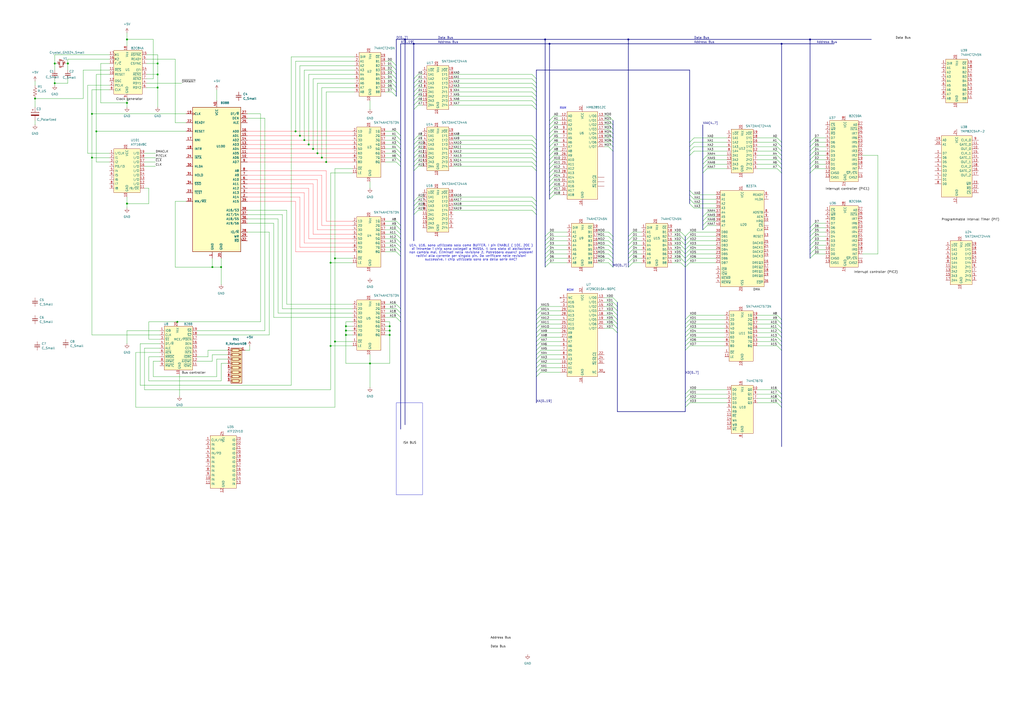
<source format=kicad_sch>
(kicad_sch (version 20231120) (generator "eeschema") (generator_version "8.0")
  (paper "A2")
  (lib_symbols
    (symbol "82C84A_1"
      (property "Reference" "U" (at 0.508 0.762 0))
      (property "Value" "82C84A" (at 7.62 -11.43 90))
      (symbol "82C84A_1_1_1"
        (pin input line (at 19.05 -7.62 180) (length 2.54) (name "CSYNC") (number "1"))
        (pin output line (at -2.54 -13.97 0) (length 2.54) (name "RESET") (number "10"))
        (pin input line (at -2.54 -11.43 0) (length 2.54) (name "~{RES}") (number "11"))
        (pin output line (at -2.54 -17.78 0) (length 2.54) (name "OSC") (number "12"))
        (pin input line (at -2.54 -7.62 0) (length 2.54) (name "F/~{C}") (number "13"))
        (pin input line (at 19.05 -11.43 180) (length 2.54) (name "EFI") (number "14"))
        (pin input line (at 19.05 -2.54 180) (length 2.54) (name "~{ASYNC}") (number "15"))
        (pin input clock (at -2.54 -5.08 0) (length 2.54) (name "X2") (number "16"))
        (pin input clock (at -2.54 -2.54 0) (length 2.54) (name "X1") (number "17"))
        (pin power_in line (at 7.62 2.54 270) (length 2.54) (name "Vcc") (number "18"))
        (pin output line (at -2.54 -20.32 0) (length 2.54) (name "PCLK") (number "2"))
        (pin input line (at 19.05 -13.97 180) (length 2.54) (name "~{AEN1}") (number "3"))
        (pin input line (at 19.05 -19.05 180) (length 2.54) (name "RDY1") (number "4"))
        (pin output line (at 19.05 -5.08 180) (length 2.54) (name "READY") (number "5"))
        (pin input line (at 19.05 -21.59 180) (length 2.54) (name "RDY2") (number "6"))
        (pin input line (at 19.05 -16.51 180) (length 2.54) (name "~{AEN2}") (number "7"))
        (pin output line (at -2.54 -22.86 0) (length 2.54) (name "CLK") (number "8"))
        (pin power_in line (at 7.62 -27.94 90) (length 2.54) (name "GND") (number "9"))
      )
    )
    (symbol "Custom:74AHCT245N"
      (property "Reference" "U" (at 0.508 0.762 0))
      (property "Value" "74AHCT245N" (at 6.604 -12.446 90))
      (symbol "74AHCT245N_1_1"
        (pin input line (at -2.54 -2.54 0) (length 2.54) (name "DIR") (number "1"))
        (pin power_in line (at 6.35 -27.94 90) (length 2.54) (name "GND") (number "10"))
        (pin bidirectional line (at 15.24 -22.86 180) (length 2.54) (name "B8") (number "11"))
        (pin bidirectional line (at 15.24 -20.32 180) (length 2.54) (name "B7") (number "12"))
        (pin bidirectional line (at 15.24 -17.78 180) (length 2.54) (name "B6") (number "13"))
        (pin bidirectional line (at 15.24 -15.24 180) (length 2.54) (name "B5") (number "14"))
        (pin bidirectional line (at 15.24 -12.7 180) (length 2.54) (name "B4") (number "15"))
        (pin bidirectional line (at 15.24 -10.16 180) (length 2.54) (name "B3") (number "16"))
        (pin bidirectional line (at 15.24 -7.62 180) (length 2.54) (name "B2") (number "17"))
        (pin bidirectional line (at 15.24 -5.08 180) (length 2.54) (name "B1") (number "18"))
        (pin input line (at 15.24 -2.54 180) (length 2.54) (name "~{OE}") (number "19"))
        (pin bidirectional line (at -2.54 -5.08 0) (length 2.54) (name "A1") (number "2"))
        (pin power_in line (at 6.35 2.54 270) (length 2.54) (name "Vcc") (number "20"))
        (pin bidirectional line (at -2.54 -7.62 0) (length 2.54) (name "A2") (number "3"))
        (pin bidirectional line (at -2.54 -10.16 0) (length 2.54) (name "A3") (number "4"))
        (pin bidirectional line (at -2.54 -12.7 0) (length 2.54) (name "A4") (number "5"))
        (pin bidirectional line (at -2.54 -15.24 0) (length 2.54) (name "A5") (number "6"))
        (pin bidirectional line (at -2.54 -17.78 0) (length 2.54) (name "A6") (number "7"))
        (pin bidirectional line (at -2.54 -20.32 0) (length 2.54) (name "A7") (number "8"))
        (pin input line (at -2.54 -22.86 0) (length 2.54) (name "A8") (number "9"))
      )
    )
    (symbol "Custom:74HCT670"
      (property "Reference" "U" (at 0.508 0.762 0))
      (property "Value" "74HCT670" (at 6.604 -13.97 90))
      (symbol "74HCT670_1_1"
        (pin input line (at -2.54 -5.08 0) (length 2.54) (name "D1") (number "1"))
        (pin tri_state line (at 15.24 -2.54 180) (length 2.54) (name "Q0") (number "10"))
        (pin input line (at -2.54 -17.78 0) (length 2.54) (name "~{RE}") (number "11"))
        (pin input line (at -2.54 -25.4 0) (length 2.54) (name "~{WE}") (number "12"))
        (pin input line (at -2.54 -22.86 0) (length 2.54) (name "WB") (number "13"))
        (pin input line (at -2.54 -20.32 0) (length 2.54) (name "WA") (number "14"))
        (pin input line (at -2.54 -2.54 0) (length 2.54) (name "D0") (number "15"))
        (pin power_in line (at 6.35 2.54 270) (length 2.54) (name "Vcc") (number "16"))
        (pin input line (at -2.54 -7.62 0) (length 2.54) (name "D2") (number "2"))
        (pin input line (at -2.54 -10.16 0) (length 2.54) (name "D3") (number "3"))
        (pin input line (at -2.54 -15.24 0) (length 2.54) (name "RB") (number "4"))
        (pin input line (at -2.54 -12.7 0) (length 2.54) (name "RA") (number "5"))
        (pin tri_state line (at 15.24 -10.16 180) (length 2.54) (name "Q3") (number "6"))
        (pin tri_state line (at 15.24 -7.62 180) (length 2.54) (name "Q2") (number "7"))
        (pin power_in line (at 6.35 -30.48 90) (length 2.54) (name "GND") (number "8"))
        (pin tri_state line (at 15.24 -5.08 180) (length 2.54) (name "Q1") (number "9"))
      )
    )
    (symbol "Custom:8237A"
      (property "Reference" "U" (at 0.508 1.016 0))
      (property "Value" "8237A" (at 12.7 -22.606 90))
      (symbol "8237A_1_1"
        (pin input line (at 27.94 -20.32 180) (length 2.54) (name "~{CS}") (number ""))
        (pin bidirectional line (at -2.54 -45.72 0) (length 2.54) (name "~{IOR}") (number "1"))
        (pin output line (at 27.94 -17.78 180) (length 2.54) (name "HRQ") (number "10"))
        (pin input line (at 27.94 -22.86 180) (length 2.54) (name "CLK") (number "12"))
        (pin input line (at 27.94 -26.67 180) (length 2.54) (name "RESET") (number "13"))
        (pin output line (at 27.94 -35.56 180) (length 2.54) (name "DACK2") (number "14"))
        (pin output line (at 27.94 -38.1 180) (length 2.54) (name "DACK3") (number "15"))
        (pin input line (at 27.94 -41.91 180) (length 2.54) (name "DREQ3") (number "16"))
        (pin input line (at 27.94 -44.45 180) (length 2.54) (name "DREQ2") (number "17"))
        (pin input line (at 27.94 -46.99 180) (length 2.54) (name "DREQ1") (number "18"))
        (pin input line (at 27.94 -49.53 180) (length 2.54) (name "DREQ0") (number "19"))
        (pin bidirectional line (at -2.54 -48.26 0) (length 2.54) (name "~{IOW}") (number "2"))
        (pin power_in line (at 12.7 -58.42 90) (length 2.54) (name "VSS") (number "20"))
        (pin input line (at -2.54 -41.91 0) (length 2.54) (name "DB7") (number "21"))
        (pin input line (at -2.54 -39.37 0) (length 2.54) (name "DB6") (number "22"))
        (pin input line (at -2.54 -36.83 0) (length 2.54) (name "DB5") (number "23"))
        (pin output line (at 27.94 -33.02 180) (length 2.54) (name "DACK1") (number "24"))
        (pin output line (at 27.94 -30.48 180) (length 2.54) (name "DACK0") (number "25"))
        (pin input line (at -2.54 -29.21 0) (length 2.54) (name "DB2") (number "26"))
        (pin input line (at -2.54 -34.29 0) (length 2.54) (name "DB4") (number "26"))
        (pin input line (at -2.54 -31.75 0) (length 2.54) (name "DB3") (number "27"))
        (pin input line (at -2.54 -26.67 0) (length 2.54) (name "DB1") (number "29"))
        (pin output line (at -2.54 -50.8 0) (length 2.54) (name "~{MEMR}") (number "3"))
        (pin input line (at -2.54 -24.13 0) (length 2.54) (name "DB0") (number "30"))
        (pin power_in line (at 12.7 2.54 270) (length 2.54) (name "VCC") (number "31"))
        (pin bidirectional line (at -2.54 -2.54 0) (length 2.54) (name "A0") (number "32"))
        (pin bidirectional line (at -2.54 -5.08 0) (length 2.54) (name "A1") (number "33"))
        (pin bidirectional line (at -2.54 -7.62 0) (length 2.54) (name "A2") (number "34"))
        (pin bidirectional line (at -2.54 -10.16 0) (length 2.54) (name "A3") (number "35"))
        (pin bidirectional line (at 27.94 -53.34 180) (length 2.54) (name "~{EOP}") (number "36"))
        (pin output line (at -2.54 -12.7 0) (length 2.54) (name "A4") (number "37"))
        (pin output line (at -2.54 -15.24 0) (length 2.54) (name "A5") (number "38"))
        (pin output line (at -2.54 -17.78 0) (length 2.54) (name "A6") (number "39"))
        (pin output line (at -2.54 -53.34 0) (length 2.54) (name "~{MEMW}") (number "4"))
        (pin output line (at -2.54 -20.32 0) (length 2.54) (name "A7") (number "40"))
        (pin input line (at 27.94 -2.54 180) (length 2.54) (name "READY") (number "6"))
        (pin input line (at 27.94 -5.08 180) (length 2.54) (name "HLDA") (number "7"))
        (pin output line (at 27.94 -12.7 180) (length 2.54) (name "ADSTB") (number "8"))
        (pin output line (at 27.94 -15.24 180) (length 2.54) (name "AEN") (number "9"))
      )
    )
    (symbol "Custom:82C59A"
      (property "Reference" "U" (at 0.508 1.016 0))
      (property "Value" "82C59A" (at 8.636 -16.256 90))
      (symbol "82C59A_1_1"
        (pin input line (at 19.05 -30.48 180) (length 2.54) (name "~{SP}/~{EN}") (number ""))
        (pin input line (at -2.54 -2.54 0) (length 2.54) (name "~{CS}") (number "1"))
        (pin input line (at -2.54 -25.4 0) (length 2.54) (name "D1") (number "10"))
        (pin input line (at -2.54 -27.94 0) (length 2.54) (name "D0") (number "11"))
        (pin input line (at -2.54 -30.48 0) (length 2.54) (name "CAS0") (number "12"))
        (pin input line (at -2.54 -33.02 0) (length 2.54) (name "CAS1") (number "13"))
        (pin power_in line (at 8.89 -38.1 90) (length 2.54) (name "GND") (number "14"))
        (pin input line (at 19.05 -33.02 180) (length 2.54) (name "CAS2") (number "15"))
        (pin input line (at 19.05 -27.94 180) (length 2.54) (name "INT") (number "17"))
        (pin input line (at 19.05 -25.4 180) (length 2.54) (name "IR0") (number "18"))
        (pin input line (at 19.05 -22.86 180) (length 2.54) (name "IR1") (number "19"))
        (pin input line (at -2.54 -5.08 0) (length 2.54) (name "~{WR}") (number "2"))
        (pin input line (at 19.05 -20.32 180) (length 2.54) (name "IR2") (number "20"))
        (pin input line (at 19.05 -17.78 180) (length 2.54) (name "IR3") (number "21"))
        (pin input line (at 19.05 -15.24 180) (length 2.54) (name "IR4") (number "22"))
        (pin input line (at 19.05 -12.7 180) (length 2.54) (name "IR5") (number "23"))
        (pin input line (at 19.05 -10.16 180) (length 2.54) (name "IR6") (number "24"))
        (pin input line (at 19.05 -7.62 180) (length 2.54) (name "IR7") (number "25"))
        (pin input line (at 19.05 -5.08 180) (length 2.54) (name "~{INTA}") (number "26"))
        (pin input line (at 19.05 -2.54 180) (length 2.54) (name "A0") (number "27"))
        (pin power_in line (at 8.89 2.54 270) (length 2.54) (name "VCC") (number "28"))
        (pin input line (at -2.54 -7.62 0) (length 2.54) (name "~{RD}") (number "3"))
        (pin input line (at -2.54 -10.16 0) (length 2.54) (name "D7") (number "4"))
        (pin input line (at -2.54 -12.7 0) (length 2.54) (name "D6") (number "5"))
        (pin input line (at -2.54 -15.24 0) (length 2.54) (name "D5") (number "6"))
        (pin input line (at -2.54 -17.78 0) (length 2.54) (name "D4") (number "7"))
        (pin input line (at -2.54 -20.32 0) (length 2.54) (name "D3") (number "8"))
        (pin input line (at -2.54 -22.86 0) (length 2.54) (name "D2") (number "9"))
      )
    )
    (symbol "Custom:82C88"
      (property "Reference" "U" (at 0.508 0.762 0))
      (property "Value" "8288" (at 8.382 -12.192 90))
      (symbol "82C88_1_1"
        (pin input line (at -2.54 -2.54 0) (length 2.54) (name "IOB") (number "1"))
        (pin power_in line (at 8.89 -27.94 90) (length 2.54) (name "GND") (number "10"))
        (pin output line (at 19.05 -22.86 180) (length 2.54) (name "~{IOWC}") (number "11"))
        (pin output line (at 19.05 -20.32 180) (length 2.54) (name "~{AIOWC}") (number "12"))
        (pin output line (at 19.05 -17.78 180) (length 2.54) (name "~{IORC}") (number "13"))
        (pin output line (at 19.05 -15.24 180) (length 2.54) (name "~{INTA}") (number "14"))
        (pin input line (at 19.05 -12.7 180) (length 2.54) (name "CEN") (number "15"))
        (pin output line (at 19.05 -10.16 180) (length 2.54) (name "DEN") (number "16"))
        (pin output line (at 19.05 -7.62 180) (length 2.54) (name "MCE/~{PDEN}") (number "17"))
        (pin input line (at 19.05 -5.08 180) (length 2.54) (name "~{S2}") (number "18"))
        (pin input line (at 19.05 -2.54 180) (length 2.54) (name "~{S0}") (number "19"))
        (pin input line (at -2.54 -5.08 0) (length 2.54) (name "CLK") (number "2"))
        (pin power_in line (at 7.62 2.54 270) (length 2.54) (name "Vcc") (number "20"))
        (pin input line (at -2.54 -7.62 0) (length 2.54) (name "~{S1}") (number "3"))
        (pin output line (at -2.54 -10.16 0) (length 2.54) (name "DT/~{R}") (number "4"))
        (pin output line (at -2.54 -12.7 0) (length 2.54) (name "ALE") (number "5"))
        (pin input line (at -2.54 -15.24 0) (length 2.54) (name "~{AEN}") (number "6"))
        (pin output line (at -2.54 -17.78 0) (length 2.54) (name "~{MRDC}") (number "7"))
        (pin output line (at -2.54 -20.32 0) (length 2.54) (name "~{AMWC}") (number "8"))
        (pin output line (at -2.54 -22.86 0) (length 2.54) (name "~{MWTC}") (number "9"))
      )
    )
    (symbol "Custom:AT29C010A-90PC"
      (property "Reference" "U" (at 0.508 1.27 0))
      (property "Value" "AT29C010A-90PC" (at 8.636 -22.098 90))
      (symbol "AT29C010A-90PC_1_1"
        (pin no_connect line (at -3.81 -2.54 0) (length 3.81) (name "NC") (number "1"))
        (pin input line (at -3.81 -40.64 0) (length 3.81) (name "A2") (number "10"))
        (pin input line (at -3.81 -43.18 0) (length 3.81) (name "A1") (number "11"))
        (pin input line (at -3.81 -45.72 0) (length 3.81) (name "A0") (number "12"))
        (pin bidirectional line (at 21.59 -2.54 180) (length 3.81) (name "I/O0") (number "13"))
        (pin bidirectional line (at 21.59 -5.08 180) (length 3.81) (name "I/O1") (number "14"))
        (pin bidirectional line (at 21.59 -7.62 180) (length 3.81) (name "I/O2") (number "15"))
        (pin power_in line (at 8.89 -52.07 90) (length 3.81) (name "GND") (number "16"))
        (pin bidirectional line (at 21.59 -10.16 180) (length 3.81) (name "I/O3") (number "17"))
        (pin bidirectional line (at 21.59 -12.7 180) (length 3.81) (name "I/O4") (number "18"))
        (pin bidirectional line (at 21.59 -15.24 180) (length 3.81) (name "I/O5") (number "19"))
        (pin input line (at -3.81 -5.08 0) (length 3.81) (name "A16") (number "2"))
        (pin bidirectional line (at 21.59 -17.78 180) (length 3.81) (name "I/O6") (number "20"))
        (pin bidirectional line (at 21.59 -20.32 180) (length 3.81) (name "I/O7") (number "21"))
        (pin input line (at 21.59 -35.56 180) (length 3.81) (name "~{CE}") (number "22"))
        (pin input line (at -3.81 -20.32 0) (length 3.81) (name "A10") (number "23"))
        (pin input line (at 21.59 -38.1 180) (length 3.81) (name "~{OE}") (number "24"))
        (pin input line (at -3.81 -17.78 0) (length 3.81) (name "A11") (number "25"))
        (pin input line (at -3.81 -22.86 0) (length 3.81) (name "A9") (number "26"))
        (pin input line (at -3.81 -25.4 0) (length 3.81) (name "A8") (number "27"))
        (pin input line (at -3.81 -12.7 0) (length 3.81) (name "A13") (number "28"))
        (pin input line (at -3.81 -10.16 0) (length 3.81) (name "A14") (number "29"))
        (pin input line (at -3.81 -7.62 0) (length 3.81) (name "A15") (number "3"))
        (pin no_connect line (at 21.59 -45.72 180) (length 3.81) (name "NC") (number "30"))
        (pin input line (at 21.59 -40.64 180) (length 3.81) (name "~{WE}") (number "31"))
        (pin power_in line (at 8.89 3.81 270) (length 3.81) (name "VCC") (number "32"))
        (pin input line (at -3.81 -15.24 0) (length 3.81) (name "A12") (number "4"))
        (pin input line (at -3.81 -27.94 0) (length 3.81) (name "A7") (number "5"))
        (pin input line (at -3.81 -30.48 0) (length 3.81) (name "A6") (number "6"))
        (pin input line (at -3.81 -33.02 0) (length 3.81) (name "A5") (number "7"))
        (pin input line (at -3.81 -35.56 0) (length 3.81) (name "A4") (number "8"))
        (pin input line (at -3.81 -38.1 0) (length 3.81) (name "A3") (number "9"))
      )
    )
    (symbol "Custom:ATF16V8C"
      (property "Reference" "U" (at 0.508 0.762 0))
      (property "Value" "ATF16V8C" (at 14.732 1.27 0))
      (symbol "ATF16V8C_1_1"
        (pin input line (at -2.54 -2.54 0) (length 2.54) (name "I/CLK") (number "1"))
        (pin power_in line (at 7.62 -27.94 90) (length 2.54) (name "GND") (number "10"))
        (pin bidirectional line (at 17.78 -22.86 180) (length 2.54) (name "I9/~{OE}") (number "11"))
        (pin bidirectional line (at 17.78 -20.32 180) (length 2.54) (name "I/O") (number "12"))
        (pin bidirectional line (at 17.78 -17.78 180) (length 2.54) (name "I/O") (number "13"))
        (pin bidirectional line (at 17.78 -15.24 180) (length 2.54) (name "I/O") (number "14"))
        (pin bidirectional line (at 17.78 -12.7 180) (length 2.54) (name "I/O") (number "15"))
        (pin bidirectional line (at 17.78 -10.16 180) (length 2.54) (name "I/O") (number "16"))
        (pin bidirectional line (at 17.78 -7.62 180) (length 2.54) (name "I/O") (number "17"))
        (pin bidirectional line (at 17.78 -5.08 180) (length 2.54) (name "I/O") (number "18"))
        (pin bidirectional line (at 17.78 -2.54 180) (length 2.54) (name "I/O") (number "19"))
        (pin input line (at -2.54 -5.08 0) (length 2.54) (name "I1") (number "2"))
        (pin power_in line (at 7.62 2.54 270) (length 2.54) (name "VCC") (number "20"))
        (pin input line (at -2.54 -7.62 0) (length 2.54) (name "I2") (number "3"))
        (pin input line (at -2.54 -10.16 0) (length 2.54) (name "PD/I3") (number "4"))
        (pin input line (at -2.54 -12.7 0) (length 2.54) (name "I4") (number "5"))
        (pin input line (at -2.54 -15.24 0) (length 2.54) (name "I5") (number "6"))
        (pin input line (at -2.54 -17.78 0) (length 2.54) (name "I6") (number "7"))
        (pin input line (at -2.54 -20.32 0) (length 2.54) (name "I7") (number "8"))
        (pin input line (at -2.54 -22.86 0) (length 2.54) (name "I8") (number "9"))
      )
    )
    (symbol "Custom:ATF22V10"
      (property "Reference" "U" (at 0.254 0.762 0))
      (property "Value" "ATF22V10" (at 8.128 -18.034 90))
      (symbol "ATF22V10_1_1"
        (pin input line (at -2.54 -2.54 0) (length 2.54) (name "CLK/IN") (number "1"))
        (pin input line (at -2.54 -25.4 0) (length 2.54) (name "IN") (number "10"))
        (pin input line (at -2.54 -27.94 0) (length 2.54) (name "IN") (number "11"))
        (pin power_in line (at 7.62 -33.02 90) (length 2.54) (name "GND") (number "12"))
        (pin input line (at 17.78 -27.94 180) (length 2.54) (name "IN") (number "13"))
        (pin bidirectional line (at 17.78 -25.4 180) (length 2.54) (name "IO") (number "14"))
        (pin bidirectional line (at 17.78 -22.86 180) (length 2.54) (name "IO") (number "15"))
        (pin bidirectional line (at 17.78 -20.32 180) (length 2.54) (name "IO") (number "16"))
        (pin bidirectional line (at 17.78 -17.78 180) (length 2.54) (name "IO") (number "17"))
        (pin bidirectional line (at 17.78 -15.24 180) (length 2.54) (name "IO") (number "18"))
        (pin bidirectional line (at 17.78 -12.7 180) (length 2.54) (name "IO") (number "19"))
        (pin input line (at -2.54 -5.08 0) (length 2.54) (name "IN") (number "2"))
        (pin bidirectional line (at 17.78 -10.16 180) (length 2.54) (name "IO") (number "20"))
        (pin bidirectional line (at 17.78 -7.62 180) (length 2.54) (name "IO") (number "21"))
        (pin bidirectional line (at 17.78 -5.08 180) (length 2.54) (name "IO") (number "22"))
        (pin bidirectional line (at 17.78 -2.54 180) (length 2.54) (name "IO") (number "23"))
        (pin power_in line (at 7.62 2.54 270) (length 2.54) (name "Vcc") (number "24"))
        (pin input line (at -2.54 -7.62 0) (length 2.54) (name "IN") (number "3"))
        (pin input line (at -2.54 -10.16 0) (length 2.54) (name "IN/PD") (number "4"))
        (pin input line (at -2.54 -12.7 0) (length 2.54) (name "IN") (number "5"))
        (pin input line (at -2.54 -15.24 0) (length 2.54) (name "IN") (number "6"))
        (pin input line (at -2.54 -17.78 0) (length 2.54) (name "IN") (number "7"))
        (pin input line (at -2.54 -20.32 0) (length 2.54) (name "IN") (number "8"))
        (pin input line (at -2.54 -22.86 0) (length 2.54) (name "IN") (number "9"))
      )
    )
    (symbol "Custom:HM628512C"
      (property "Reference" "U" (at 0.508 1.016 0))
      (property "Value" "HM628512C" (at 8.89 -25.146 90))
      (symbol "HM628512C_1_1"
        (pin bidirectional line (at 21.59 -38.1 180) (length 3.81) (name "~{CS}") (number ""))
        (pin bidirectional line (at 21.59 -40.64 180) (length 3.81) (name "~{OE}") (number ""))
        (pin bidirectional line (at 21.59 -43.18 180) (length 3.81) (name "~{WE}") (number ""))
        (pin input line (at -3.81 -48.26 0) (length 3.81) (name "A18") (number "1"))
        (pin input line (at -3.81 -7.62 0) (length 3.81) (name "A2") (number "10"))
        (pin input line (at -3.81 -5.08 0) (length 3.81) (name "A1") (number "11"))
        (pin input line (at -3.81 -2.54 0) (length 3.81) (name "A0") (number "12"))
        (pin bidirectional line (at 21.59 -2.54 180) (length 3.81) (name "I/O0") (number "13"))
        (pin bidirectional line (at 21.59 -5.08 180) (length 3.81) (name "I/O1") (number "14"))
        (pin bidirectional line (at 21.59 -7.62 180) (length 3.81) (name "I/O2") (number "15"))
        (pin power_in line (at 8.89 -54.61 90) (length 3.81) (name "GND") (number "16"))
        (pin bidirectional line (at 21.59 -10.16 180) (length 3.81) (name "I/O3") (number "17"))
        (pin bidirectional line (at 21.59 -12.7 180) (length 3.81) (name "I/O4") (number "18"))
        (pin bidirectional line (at 21.59 -15.24 180) (length 3.81) (name "I/O5") (number "19"))
        (pin input line (at -3.81 -43.18 0) (length 3.81) (name "A16") (number "2"))
        (pin bidirectional line (at 21.59 -17.78 180) (length 3.81) (name "I/O6") (number "20"))
        (pin bidirectional line (at 21.59 -20.32 180) (length 3.81) (name "I/O7") (number "21"))
        (pin input line (at -3.81 -27.94 0) (length 3.81) (name "A10") (number "23"))
        (pin input line (at -3.81 -30.48 0) (length 3.81) (name "A11") (number "25"))
        (pin input line (at -3.81 -25.4 0) (length 3.81) (name "A9") (number "26"))
        (pin input line (at -3.81 -22.86 0) (length 3.81) (name "A8") (number "27"))
        (pin input line (at -3.81 -35.56 0) (length 3.81) (name "A13") (number "28"))
        (pin input line (at -3.81 -38.1 0) (length 3.81) (name "A14") (number "3"))
        (pin input line (at -3.81 -45.72 0) (length 3.81) (name "A17") (number "30"))
        (pin input line (at -3.81 -40.64 0) (length 3.81) (name "A15") (number "31"))
        (pin power_in line (at 8.89 3.81 270) (length 3.81) (name "VCC") (number "32"))
        (pin input line (at -3.81 -33.02 0) (length 3.81) (name "A12") (number "4"))
        (pin input line (at -3.81 -20.32 0) (length 3.81) (name "A7") (number "5"))
        (pin input line (at -3.81 -17.78 0) (length 3.81) (name "A6") (number "6"))
        (pin input line (at -3.81 -15.24 0) (length 3.81) (name "A5") (number "7"))
        (pin input line (at -3.81 -12.7 0) (length 3.81) (name "A4") (number "8"))
        (pin input line (at -3.81 -10.16 0) (length 3.81) (name "A3") (number "9"))
      )
    )
    (symbol "Custom:SN74AHCT244N"
      (property "Reference" "U" (at 0.508 0.762 0))
      (property "Value" "SN72AHCT244N" (at 6.35 -11.684 90))
      (symbol "SN74AHCT244N_1_1"
        (pin input line (at -2.54 -2.54 0) (length 2.54) (name "1~{OE}") (number "1"))
        (pin power_in line (at 6.35 -27.94 90) (length 2.54) (name "GND") (number "10"))
        (pin input line (at -2.54 -15.24 0) (length 2.54) (name "2A1") (number "11"))
        (pin output line (at 15.24 -12.7 180) (length 2.54) (name "1Y4") (number "12"))
        (pin input line (at -2.54 -17.78 0) (length 2.54) (name "2A2") (number "13"))
        (pin output line (at 15.24 -10.16 180) (length 2.54) (name "1Y3") (number "14"))
        (pin input line (at -2.54 -20.32 0) (length 2.54) (name "2A3") (number "15"))
        (pin output line (at 15.24 -7.62 180) (length 2.54) (name "1Y2") (number "16"))
        (pin input line (at -2.54 -22.86 0) (length 2.54) (name "2A4") (number "17"))
        (pin output line (at 15.24 -5.08 180) (length 2.54) (name "1Y1") (number "18"))
        (pin input line (at 15.24 -2.54 180) (length 2.54) (name "2~{OE}") (number "19"))
        (pin input line (at -2.54 -5.08 0) (length 2.54) (name "1A1") (number "2"))
        (pin power_in line (at 6.35 2.54 270) (length 2.54) (name "Vcc") (number "20"))
        (pin output line (at 15.24 -22.86 180) (length 2.54) (name "2Y4") (number "3"))
        (pin input line (at -2.54 -7.62 0) (length 2.54) (name "1A2") (number "4"))
        (pin output line (at 15.24 -20.32 180) (length 2.54) (name "2Y3") (number "5"))
        (pin input line (at -2.54 -10.16 0) (length 2.54) (name "1A3") (number "6"))
        (pin output line (at 15.24 -17.78 180) (length 2.54) (name "2Y2") (number "7"))
        (pin input line (at -2.54 -12.7 0) (length 2.54) (name "1A4") (number "8"))
        (pin output line (at 15.24 -15.24 180) (length 2.54) (name "2Y1") (number "9"))
      )
    )
    (symbol "Custom:TMP82C54P-2"
      (property "Reference" "U" (at 0.508 1.016 0))
      (property "Value" "TMP82C54P-2" (at 9.144 -15.494 90))
      (symbol "TMP82C54P-2_1_1"
        (pin bidirectional line (at -3.81 -10.16 0) (length 3.81) (name "D7") (number "1"))
        (pin output line (at 21.59 -7.62 180) (length 3.81) (name "OUT_0") (number "10"))
        (pin input line (at 21.59 -5.08 180) (length 3.81) (name "GATE_0") (number "11"))
        (pin power_in line (at 8.89 -39.37 90) (length 3.81) (name "GND") (number "12"))
        (pin output line (at 21.59 -15.24 180) (length 3.81) (name "OUT_1") (number "13"))
        (pin input line (at 21.59 -12.7 180) (length 3.81) (name "GATE_1") (number "14"))
        (pin input line (at 21.59 -10.16 180) (length 3.81) (name "CLK_1") (number "15"))
        (pin input line (at 21.59 -20.32 180) (length 3.81) (name "GATE_2") (number "16"))
        (pin output line (at 21.59 -22.86 180) (length 3.81) (name "OUT_2") (number "17"))
        (pin input line (at 21.59 -17.78 180) (length 3.81) (name "CLK_2") (number "18"))
        (pin input line (at -3.81 -2.54 0) (length 3.81) (name "A0") (number "19"))
        (pin bidirectional line (at -3.81 -12.7 0) (length 3.81) (name "D6") (number "2"))
        (pin input line (at -3.81 -5.08 0) (length 3.81) (name "A1") (number "20"))
        (pin input line (at 21.59 -33.02 180) (length 3.81) (name "~{CS}") (number "21"))
        (pin input line (at 21.59 -30.48 180) (length 3.81) (name "~{RD}") (number "22"))
        (pin input line (at 21.59 -27.94 180) (length 3.81) (name "~{WR}") (number "23"))
        (pin power_in line (at 8.89 3.81 270) (length 3.81) (name "VCC") (number "24"))
        (pin bidirectional line (at -3.81 -15.24 0) (length 3.81) (name "D5") (number "3"))
        (pin bidirectional line (at -3.81 -22.86 0) (length 3.81) (name "D2") (number "4"))
        (pin bidirectional line (at -3.81 -17.78 0) (length 3.81) (name "D4") (number "4"))
        (pin bidirectional line (at -3.81 -20.32 0) (length 3.81) (name "D3") (number "5"))
        (pin bidirectional line (at -3.81 -25.4 0) (length 3.81) (name "D1") (number "7"))
        (pin bidirectional line (at -3.81 -27.94 0) (length 3.81) (name "D0") (number "8"))
        (pin input line (at 21.59 -2.54 180) (length 3.81) (name "CLK_0") (number "9"))
      )
    )
    (symbol "Device:C_Polarized" (pin_numbers hide) (pin_names (offset 0.254))
      (property "Reference" "C" (at 0.635 2.54 0))
      (property "Value" "C_Polarized" (at 0.635 -2.54 0))
      (symbol "C_Polarized_1_1"
        (pin passive line (at 0 3.81 270) (length 2.794) (name "~") (number "1"))
        (pin passive line (at 0 -3.81 90) (length 2.794) (name "~") (number "2"))
      )
    )
    (symbol "Device:C_Small" (pin_numbers hide) (pin_names (offset 0.254) hide)
      (property "Reference" "C" (at 0.254 1.778 0))
      (property "Value" "C_Small" (at 0.254 -2.032 0))
      (symbol "C_Small_1_1"
        (pin passive line (at 0 2.54 270) (length 2.032) (name "~") (number "1"))
        (pin passive line (at 0 -2.54 90) (length 2.032) (name "~") (number "2"))
      )
    )
    (symbol "Device:Crystal_GND24_Small" (pin_names (offset 1.016) hide)
      (property "Reference" "Y" (at 1.27 4.445 0))
      (property "Value" "Crystal_GND24_Small" (at 1.27 2.54 0))
      (symbol "Crystal_GND24_Small_1_1"
        (pin passive line (at -2.54 0 0) (length 1.27) (name "1") (number "1"))
        (pin passive line (at 0 -2.54 90) (length 0.635) (name "2") (number "2"))
        (pin passive line (at 2.54 0 180) (length 1.27) (name "3") (number "3"))
        (pin passive line (at 0 2.54 270) (length 0.635) (name "4") (number "4"))
      )
    )
    (symbol "Device:R_Network08" (pin_names (offset 0) hide)
      (property "Reference" "RN" (at -12.7 0 90))
      (property "Value" "R_Network08" (at 10.16 0 90))
      (symbol "R_Network08_1_1"
        (pin passive line (at -10.16 5.08 270) (length 2.54) (name "common") (number "1"))
        (pin passive line (at -10.16 -5.08 90) (length 1.27) (name "R1") (number "2"))
        (pin passive line (at -7.62 -5.08 90) (length 1.27) (name "R2") (number "3"))
        (pin passive line (at -5.08 -5.08 90) (length 1.27) (name "R3") (number "4"))
        (pin passive line (at -2.54 -5.08 90) (length 1.27) (name "R4") (number "5"))
        (pin passive line (at 0 -5.08 90) (length 1.27) (name "R5") (number "6"))
        (pin passive line (at 2.54 -5.08 90) (length 1.27) (name "R6") (number "7"))
        (pin passive line (at 5.08 -5.08 90) (length 1.27) (name "R7") (number "8"))
        (pin passive line (at 7.62 -5.08 90) (length 1.27) (name "R8") (number "9"))
      )
    )
    (symbol "Device:R_US" (pin_numbers hide) (pin_names (offset 0))
      (property "Reference" "R" (at 2.54 0 90))
      (property "Value" "R_US" (at -2.54 0 90))
      (symbol "R_US_1_1"
        (pin passive line (at 0 3.81 270) (length 1.27) (name "~") (number "1"))
        (pin passive line (at 0 -3.81 90) (length 1.27) (name "~") (number "2"))
      )
    )
    (symbol "MCU_Intel:8088" (pin_names (offset 1.016))
      (property "Reference" "U" (at -12.7 43.18 0))
      (property "Value" "8088" (at 10.16 43.18 0))
      (symbol "8088_1_1"
        (pin power_in line (at -2.54 -45.72 90) (length 3.81) (name "GND") (number "1"))
        (pin bidirectional line (at 17.78 12.7 180) (length 3.81) (name "AD6") (number "10"))
        (pin bidirectional line (at 17.78 15.24 180) (length 3.81) (name "AD5") (number "11"))
        (pin bidirectional line (at 17.78 17.78 180) (length 3.81) (name "AD4") (number "12"))
        (pin bidirectional line (at 17.78 20.32 180) (length 3.81) (name "AD3") (number "13"))
        (pin bidirectional line (at 17.78 22.86 180) (length 3.81) (name "AD2") (number "14"))
        (pin bidirectional line (at 17.78 25.4 180) (length 3.81) (name "AD1") (number "15"))
        (pin bidirectional line (at 17.78 27.94 180) (length 3.81) (name "AD0") (number "16"))
        (pin input line (at -17.78 22.86 0) (length 3.81) (name "NMI") (number "17"))
        (pin input line (at -17.78 17.78 0) (length 3.81) (name "INTR") (number "18"))
        (pin input clock (at -17.78 38.1 0) (length 3.81) (name "CLK") (number "19"))
        (pin output line (at 17.78 -10.16 180) (length 3.81) (name "A14") (number "2"))
        (pin power_in line (at 2.54 -45.72 90) (length 3.81) (name "GND") (number "20"))
        (pin input line (at -17.78 27.94 0) (length 3.81) (name "RESET") (number "21"))
        (pin input line (at -17.78 33.02 0) (length 3.81) (name "READY") (number "22"))
        (pin input line (at -17.78 -7.62 0) (length 3.81) (name "~{TEST}") (number "23"))
        (pin output line (at -17.78 12.7 0) (length 3.81) (name "~{INTA}") (number "24"))
        (pin output line (at 17.78 33.02 180) (length 3.81) (name "ALE") (number "25"))
        (pin output line (at 17.78 35.56 180) (length 3.81) (name "DEN") (number "26"))
        (pin output line (at 17.78 38.1 180) (length 3.81) (name "DT/~{R}") (number "27"))
        (pin output line (at 17.78 -30.48 180) (length 3.81) (name "IO/~{M}") (number "28"))
        (pin output line (at 17.78 -33.02 180) (length 3.81) (name "WR") (number "29"))
        (pin output line (at 17.78 -7.62 180) (length 3.81) (name "A13") (number "3"))
        (pin output line (at -17.78 7.62 0) (length 3.81) (name "HLDA") (number "30"))
        (pin input line (at -17.78 2.54 0) (length 3.81) (name "HOLD") (number "31"))
        (pin output output_low (at 17.78 -35.56 180) (length 3.81) (name "~{RD}") (number "32"))
        (pin input line (at -17.78 -12.7 0) (length 3.81) (name "MN/~{MX}") (number "33"))
        (pin output line (at -17.78 -2.54 0) (length 3.81) (name "~{SSO}") (number "34"))
        (pin output line (at 17.78 -25.4 180) (length 3.81) (name "A19/S6") (number "35"))
        (pin output line (at 17.78 -22.86 180) (length 3.81) (name "A18/S5") (number "36"))
        (pin output line (at 17.78 -20.32 180) (length 3.81) (name "A17/S4") (number "37"))
        (pin output line (at 17.78 -17.78 180) (length 3.81) (name "A16/S3") (number "38"))
        (pin output line (at 17.78 -12.7 180) (length 3.81) (name "A15") (number "39"))
        (pin output line (at 17.78 -5.08 180) (length 3.81) (name "A12") (number "4"))
        (pin power_in line (at 0 45.72 270) (length 3.81) (name "VCC") (number "40"))
        (pin output line (at 17.78 -2.54 180) (length 3.81) (name "A11") (number "5"))
        (pin output line (at 17.78 0 180) (length 3.81) (name "A10") (number "6"))
        (pin output line (at 17.78 2.54 180) (length 3.81) (name "A9") (number "7"))
        (pin output line (at 17.78 5.08 180) (length 3.81) (name "A8") (number "8"))
        (pin bidirectional line (at 17.78 10.16 180) (length 3.81) (name "AD7") (number "9"))
      )
    )
    (symbol "SN74AHCT573N_1"
      (property "Reference" "U" (at 0.508 0.762 0))
      (property "Value" "SN74AHCT573N" (at 7.366 -14.224 90))
      (symbol "SN74AHCT573N_1_1_1"
        (pin input line (at -2.54 -24.13 0) (length 2.54) (name "~{OE}") (number "1"))
        (pin power_in line (at 7.62 -31.75 90) (length 2.54) (name "GND") (number "10"))
        (pin input line (at -2.54 -26.67 0) (length 2.54) (name "LE") (number "11"))
        (pin tri_state line (at 16.51 -20.32 180) (length 2.54) (name "8Q") (number "12"))
        (pin tri_state line (at 16.51 -17.78 180) (length 2.54) (name "7Q") (number "13"))
        (pin tri_state line (at 16.51 -15.24 180) (length 2.54) (name "6Q") (number "14"))
        (pin tri_state line (at 16.51 -12.7 180) (length 2.54) (name "5Q") (number "15"))
        (pin tri_state line (at 16.51 -10.16 180) (length 2.54) (name "4Q") (number "16"))
        (pin tri_state line (at 16.51 -7.62 180) (length 2.54) (name "3Q") (number "17"))
        (pin tri_state line (at 16.51 -5.08 180) (length 2.54) (name "2Q") (number "18"))
        (pin tri_state line (at 16.51 -2.54 180) (length 2.54) (name "1Q") (number "19"))
        (pin input line (at -2.54 -2.54 0) (length 2.54) (name "1D") (number "2"))
        (pin power_in line (at 7.62 2.54 270) (length 2.54) (name "Vcc") (number "20"))
        (pin input line (at -2.54 -5.08 0) (length 2.54) (name "2D") (number "3"))
        (pin input line (at -2.54 -7.62 0) (length 2.54) (name "3D") (number "4"))
        (pin input line (at -2.54 -10.16 0) (length 2.54) (name "4D") (number "5"))
        (pin input line (at -2.54 -12.7 0) (length 2.54) (name "5D") (number "6"))
        (pin input line (at -2.54 -15.24 0) (length 2.54) (name "6D") (number "7"))
        (pin input line (at -2.54 -17.78 0) (length 2.54) (name "7D") (number "8"))
        (pin input line (at -2.54 -20.32 0) (length 2.54) (name "8D") (number "9"))
      )
    )
    (symbol "SN74AHCT573N_2"
      (property "Reference" "U" (at 0.508 0.762 0))
      (property "Value" "SN74AHCT573N" (at 7.366 -14.224 90))
      (symbol "SN74AHCT573N_2_1_1"
        (pin input line (at -2.54 -24.13 0) (length 2.54) (name "~{OE}") (number "1"))
        (pin power_in line (at 7.62 -31.75 90) (length 2.54) (name "GND") (number "10"))
        (pin input line (at -2.54 -26.67 0) (length 2.54) (name "LE") (number "11"))
        (pin tri_state line (at 16.51 -20.32 180) (length 2.54) (name "8Q") (number "12"))
        (pin tri_state line (at 16.51 -17.78 180) (length 2.54) (name "7Q") (number "13"))
        (pin tri_state line (at 16.51 -15.24 180) (length 2.54) (name "6Q") (number "14"))
        (pin tri_state line (at 16.51 -12.7 180) (length 2.54) (name "5Q") (number "15"))
        (pin tri_state line (at 16.51 -10.16 180) (length 2.54) (name "4Q") (number "16"))
        (pin tri_state line (at 16.51 -7.62 180) (length 2.54) (name "3Q") (number "17"))
        (pin tri_state line (at 16.51 -5.08 180) (length 2.54) (name "2Q") (number "18"))
        (pin tri_state line (at 16.51 -2.54 180) (length 2.54) (name "1Q") (number "19"))
        (pin input line (at -2.54 -2.54 0) (length 2.54) (name "1D") (number "2"))
        (pin power_in line (at 7.62 2.54 270) (length 2.54) (name "Vcc") (number "20"))
        (pin input line (at -2.54 -5.08 0) (length 2.54) (name "2D") (number "3"))
        (pin input line (at -2.54 -7.62 0) (length 2.54) (name "3D") (number "4"))
        (pin input line (at -2.54 -10.16 0) (length 2.54) (name "4D") (number "5"))
        (pin input line (at -2.54 -12.7 0) (length 2.54) (name "5D") (number "6"))
        (pin input line (at -2.54 -15.24 0) (length 2.54) (name "6D") (number "7"))
        (pin input line (at -2.54 -17.78 0) (length 2.54) (name "7D") (number "8"))
        (pin input line (at -2.54 -20.32 0) (length 2.54) (name "8D") (number "9"))
      )
    )
    (symbol "power:+5V" (power) (pin_numbers hide) (pin_names (offset 0) hide)
      (property "Value" "+5V" (at 0 3.556 0))
      (symbol "+5V_1_1"
        (pin power_in line (at 0 0 90) (length 0) (name "~") (number "1"))
      )
    )
    (symbol "power:GND" (power) (pin_numbers hide) (pin_names (offset 0) hide)
      (property "Value" "GND" (at 0 -3.81 0))
      (symbol "GND_1_1"
        (pin power_in line (at 0 0 270) (length 0) (name "~") (number "1"))
      )
    )
  )
  (junction (at 31.75 36.83))
  (junction (at 186.69 91.44))
  (junction (at 179.07 83.82))
  (junction (at 234.95 22.86))
  (junction (at 214.63 210.82))
  (junction (at 20.32 57.15))
  (junction (at 240.03 25.4))
  (junction (at 53.34 66.04))
  (junction (at 73.66 59.69))
  (junction (at 91.44 36.83))
  (junction (at 173.99 78.74))
  (junction (at 102.87 186.69))
  (junction (at 200.66 191.77))
  (junction (at 171.45 76.2))
  (junction (at 55.88 76.2))
  (junction (at 226.06 191.77))
  (junction (at 53.34 91.44))
  (junction (at 191.77 200.66))
  (junction (at 226.06 189.23))
  (junction (at 176.53 81.28))
  (junction (at 364.49 22.86))
  (junction (at 200.66 189.23))
  (junction (at 469.9 22.86))
  (junction (at 226.06 194.31))
  (junction (at 316.23 22.86))
  (junction (at 123.19 154.94))
  (junction (at 73.66 118.11))
  (junction (at 128.27 154.94))
  (junction (at 189.23 93.98))
  (junction (at 318.77 25.4))
  (junction (at 91.44 43.18))
  (junction (at 31.75 48.26))
  (junction (at 73.66 22.86))
  (junction (at 194.31 198.12))
  (junction (at 181.61 86.36))
  (junction (at 191.77 152.4))
  (junction (at 91.44 50.8))
  (junction (at 200.66 194.31))
  (junction (at 453.39 25.4))
  (junction (at 184.15 88.9))
  (junction (at 194.31 149.86))
  (junction (at 39.37 36.83))
  (bus_entry (at 311.15 60.96) (size -2.54 -2.54))
  (bus_entry (at 364.49 149.86) (size 2.54 -2.54))
  (bus_entry (at 358.14 185.42) (size -2.54 -2.54))
  (bus_entry (at 469.9 92.71) (size 2.54 -2.54))
  (bus_entry (at 355.6 147.32) (size -2.54 -2.54))
  (bus_entry (at 311.15 124.46) (size -2.54 -2.54))
  (bus_entry (at 453.39 100.33) (size -2.54 -2.54))
  (bus_entry (at 364.49 154.94) (size 2.54 -2.54))
  (bus_entry (at 469.9 85.09) (size 2.54 -2.54))
  (bus_entry (at 229.87 48.26) (size -2.54 -2.54))
  (bus_entry (at 397.51 149.86) (size -2.54 -2.54))
  (bus_entry (at 400.05 87.63) (size 2.54 -2.54))
  (bus_entry (at 240.03 48.26) (size 2.54 -2.54))
  (bus_entry (at 364.49 144.78) (size 2.54 -2.54))
  (bus_entry (at 318.77 102.87) (size 2.54 -2.54))
  (bus_entry (at 407.67 130.81) (size 2.54 -2.54))
  (bus_entry (at 311.15 50.8) (size -2.54 -2.54))
  (bus_entry (at 232.41 130.81) (size -2.54 -2.54))
  (bus_entry (at 355.6 82.55) (size -2.54 -2.54))
  (bus_entry (at 397.51 193.04) (size 2.54 -2.54))
  (bus_entry (at 469.9 144.78) (size 2.54 -2.54))
  (bus_entry (at 358.14 193.04) (size -2.54 -2.54))
  (bus_entry (at 453.39 87.63) (size -2.54 -2.54))
  (bus_entry (at 232.41 86.36) (size -2.54 -2.54))
  (bus_entry (at 316.23 147.32) (size 2.54 -2.54))
  (bus_entry (at 311.15 215.9) (size 2.54 -2.54))
  (bus_entry (at 232.41 81.28) (size -2.54 -2.54))
  (bus_entry (at 453.39 236.22) (size -2.54 -2.54))
  (bus_entry (at 240.03 91.44) (size 2.54 -2.54))
  (bus_entry (at 318.77 87.63) (size 2.54 -2.54))
  (bus_entry (at 311.15 121.92) (size -2.54 -2.54))
  (bus_entry (at 400.05 115.57) (size 2.54 2.54))
  (bus_entry (at 311.15 205.74) (size 2.54 -2.54))
  (bus_entry (at 232.41 91.44) (size -2.54 -2.54))
  (bus_entry (at 316.23 139.7) (size 2.54 -2.54))
  (bus_entry (at 469.9 149.86) (size 2.54 -2.54))
  (bus_entry (at 318.77 74.93) (size 2.54 -2.54))
  (bus_entry (at 311.15 218.44) (size 2.54 -2.54))
  (bus_entry (at 355.6 69.85) (size -2.54 -2.54))
  (bus_entry (at 318.77 107.95) (size 2.54 -2.54))
  (bus_entry (at 311.15 48.26) (size -2.54 -2.54))
  (bus_entry (at 358.14 177.8) (size -2.54 -2.54))
  (bus_entry (at 400.05 90.17) (size 2.54 -2.54))
  (bus_entry (at 232.41 138.43) (size -2.54 -2.54))
  (bus_entry (at 355.6 152.4) (size -2.54 -2.54))
  (bus_entry (at 229.87 38.1) (size -2.54 -2.54))
  (bus_entry (at 240.03 55.88) (size 2.54 -2.54))
  (bus_entry (at 355.6 142.24) (size -2.54 -2.54))
  (bus_entry (at 316.23 144.78) (size 2.54 -2.54))
  (bus_entry (at 453.39 195.58) (size -2.54 -2.54))
  (bus_entry (at 232.41 88.9) (size -2.54 -2.54))
  (bus_entry (at 397.51 137.16) (size 2.54 -2.54))
  (bus_entry (at 311.15 93.98) (size -2.54 -2.54))
  (bus_entry (at 311.15 190.5) (size 2.54 -2.54))
  (bus_entry (at 229.87 43.18) (size -2.54 -2.54))
  (bus_entry (at 469.9 95.25) (size 2.54 -2.54))
  (bus_entry (at 318.77 82.55) (size 2.54 -2.54))
  (bus_entry (at 407.67 100.33) (size 2.54 -2.54))
  (bus_entry (at 407.67 97.79) (size 2.54 -2.54))
  (bus_entry (at 232.41 181.61) (size -2.54 -2.54))
  (bus_entry (at 240.03 81.28) (size 2.54 -2.54))
  (bus_entry (at 232.41 83.82) (size -2.54 -2.54))
  (bus_entry (at 469.9 147.32) (size 2.54 -2.54))
  (bus_entry (at 469.9 87.63) (size 2.54 -2.54))
  (bus_entry (at 469.9 137.16) (size 2.54 -2.54))
  (bus_entry (at 407.67 92.71) (size 2.54 -2.54))
  (bus_entry (at 358.14 190.5) (size -2.54 -2.54))
  (bus_entry (at 355.6 77.47) (size -2.54 -2.54))
  (bus_entry (at 311.15 53.34) (size -2.54 -2.54))
  (bus_entry (at 311.15 96.52) (size -2.54 -2.54))
  (bus_entry (at 453.39 85.09) (size -2.54 -2.54))
  (bus_entry (at 311.15 180.34) (size 2.54 -2.54))
  (bus_entry (at 453.39 203.2) (size -2.54 -2.54))
  (bus_entry (at 311.15 119.38) (size -2.54 -2.54))
  (bus_entry (at 318.77 110.49) (size 2.54 -2.54))
  (bus_entry (at 453.39 190.5) (size -2.54 -2.54))
  (bus_entry (at 453.39 97.79) (size -2.54 -2.54))
  (bus_entry (at 453.39 90.17) (size -2.54 -2.54))
  (bus_entry (at 232.41 148.59) (size -2.54 -2.54))
  (bus_entry (at 240.03 53.34) (size 2.54 -2.54))
  (bus_entry (at 397.51 233.68) (size 2.54 -2.54))
  (bus_entry (at 453.39 231.14) (size -2.54 -2.54))
  (bus_entry (at 240.03 88.9) (size 2.54 -2.54))
  (bus_entry (at 364.49 139.7) (size 2.54 -2.54))
  (bus_entry (at 358.14 182.88) (size -2.54 -2.54))
  (bus_entry (at 397.51 228.6) (size 2.54 -2.54))
  (bus_entry (at 316.23 149.86) (size 2.54 -2.54))
  (bus_entry (at 232.41 186.69) (size -2.54 -2.54))
  (bus_entry (at 316.23 142.24) (size 2.54 -2.54))
  (bus_entry (at 397.51 142.24) (size 2.54 -2.54))
  (bus_entry (at 397.51 154.94) (size -2.54 -2.54))
  (bus_entry (at 318.77 92.71) (size 2.54 -2.54))
  (bus_entry (at 229.87 53.34) (size -2.54 -2.54))
  (bus_entry (at 453.39 185.42) (size -2.54 -2.54))
  (bus_entry (at 240.03 86.36) (size 2.54 -2.54))
  (bus_entry (at 397.51 203.2) (size 2.54 -2.54))
  (bus_entry (at 397.51 187.96) (size 2.54 -2.54))
  (bus_entry (at 240.03 96.52) (size 2.54 -2.54))
  (bus_entry (at 397.51 185.42) (size 2.54 -2.54))
  (bus_entry (at 311.15 63.5) (size -2.54 -2.54))
  (bus_entry (at 397.51 139.7) (size -2.54 -2.54))
  (bus_entry (at 400.05 82.55) (size 2.54 -2.54))
  (bus_entry (at 453.39 82.55) (size -2.54 -2.54))
  (bus_entry (at 397.51 190.5) (size 2.54 -2.54))
  (bus_entry (at 229.87 55.88) (size -2.54 -2.54))
  (bus_entry (at 240.03 60.96) (size 2.54 -2.54))
  (bus_entry (at 400.05 113.03) (size 2.54 2.54))
  (bus_entry (at 229.87 45.72) (size -2.54 -2.54))
  (bus_entry (at 240.03 63.5) (size 2.54 -2.54))
  (bus_entry (at 240.03 83.82) (size 2.54 -2.54))
  (bus_entry (at 311.15 116.84) (size -2.54 -2.54))
  (bus_entry (at 397.51 149.86) (size 2.54 -2.54))
  (bus_entry (at 311.15 83.82) (size -2.54 -2.54))
  (bus_entry (at 355.6 139.7) (size -2.54 -2.54))
  (bus_entry (at 397.51 198.12) (size 2.54 -2.54))
  (bus_entry (at 318.77 72.39) (size 2.54 -2.54))
  (bus_entry (at 311.15 58.42) (size -2.54 -2.54))
  (bus_entry (at 397.51 195.58) (size 2.54 -2.54))
  (bus_entry (at 318.77 69.85) (size 2.54 -2.54))
  (bus_entry (at 397.51 139.7) (size 2.54 -2.54))
  (bus_entry (at 358.14 187.96) (size -2.54 -2.54))
  (bus_entry (at 400.05 85.09) (size 2.54 -2.54))
  (bus_entry (at 358.14 180.34) (size -2.54 -2.54))
  (bus_entry (at 232.41 184.15) (size -2.54 -2.54))
  (bus_entry (at 232.41 133.35) (size -2.54 -2.54))
  (bus_entry (at 311.15 203.2) (size 2.54 -2.54))
  (bus_entry (at 469.9 134.62) (size 2.54 -2.54))
  (bus_entry (at 469.9 139.7) (size 2.54 -2.54))
  (bus_entry (at 355.6 72.39) (size -2.54 -2.54))
  (bus_entry (at 318.77 77.47) (size 2.54 -2.54))
  (bus_entry (at 311.15 193.04) (size 2.54 -2.54))
  (bus_entry (at 311.15 185.42) (size 2.54 -2.54))
  (bus_entry (at 311.15 198.12) (size 2.54 -2.54))
  (bus_entry (at 453.39 228.6) (size -2.54 -2.54))
  (bus_entry (at 316.23 137.16) (size 2.54 -2.54))
  (bus_entry (at 240.03 121.92) (size 2.54 -2.54))
  (bus_entry (at 453.39 92.71) (size -2.54 -2.54))
  (bus_entry (at 397.51 236.22) (size 2.54 -2.54))
  (bus_entry (at 397.51 137.16) (size -2.54 -2.54))
  (bus_entry (at 318.77 80.01) (size 2.54 -2.54))
  (bus_entry (at 311.15 88.9) (size -2.54 -2.54))
  (bus_entry (at 453.39 200.66) (size -2.54 -2.54))
  (bus_entry (at 355.6 74.93) (size -2.54 -2.54))
  (bus_entry (at 469.9 142.24) (size 2.54 -2.54))
  (bus_entry (at 397.51 144.78) (size 2.54 -2.54))
  (bus_entry (at 469.9 132.08) (size 2.54 -2.54))
  (bus_entry (at 355.6 80.01) (size -2.54 -2.54))
  (bus_entry (at 311.15 208.28) (size 2.54 -2.54))
  (bus_entry (at 453.39 187.96) (size -2.54 -2.54))
  (bus_entry (at 232.41 179.07) (size -2.54 -2.54))
  (bus_entry (at 453.39 198.12) (size -2.54 -2.54))
  (bus_entry (at 232.41 146.05) (size -2.54 -2.54))
  (bus_entry (at 397.51 231.14) (size 2.54 -2.54))
  (bus_entry (at 311.15 195.58) (size 2.54 -2.54))
  (bus_entry (at 400.05 110.49) (size 2.54 2.54))
  (bus_entry (at 355.6 137.16) (size -2.54 -2.54))
  (bus_entry (at 232.41 140.97) (size -2.54 -2.54))
  (bus_entry (at 358.14 175.26) (size -2.54 -2.54))
  (bus_entry (at 240.03 124.46) (size 2.54 -2.54))
  (bus_entry (at 397.51 147.32) (size -2.54 -2.54))
  (bus_entry (at 318.77 100.33) (size 2.54 -2.54))
  (bus_entry (at 311.15 187.96) (size 2.54 -2.54))
  (bus_entry (at 453.39 95.25) (size -2.54 -2.54))
  (bus_entry (at 355.6 87.63) (size -2.54 -2.54))
  (bus_entry (at 364.49 137.16) (size 2.54 -2.54))
  (bus_entry (at 311.15 86.36) (size -2.54 -2.54))
  (bus_entry (at 232.41 78.74) (size -2.54 -2.54))
  (bus_entry (at 232.41 135.89) (size -2.54 -2.54))
  (bus_entry (at 469.9 90.17) (size 2.54 -2.54))
  (bus_entry (at 316.23 154.94) (size 2.54 -2.54))
  (bus_entry (at 318.77 97.79) (size 2.54 -2.54))
  (bus_entry (at 407.67 125.73) (size 2.54 -2.54))
  (bus_entry (at 240.03 99.06) (size 2.54 -2.54))
  (bus_entry (at 407.67 95.25) (size 2.54 -2.54))
  (bus_entry (at 355.6 144.78) (size -2.54 -2.54))
  (bus_entry (at 311.15 81.28) (size -2.54 -2.54))
  (bus_entry (at 311.15 182.88) (size 2.54 -2.54))
  (bus_entry (at 229.87 40.64) (size -2.54 -2.54))
  (bus_entry (at 311.15 55.88) (size -2.54 -2.54))
  (bus_entry (at 453.39 233.68) (size -2.54 -2.54))
  (bus_entry (at 469.9 82.55) (size 2.54 -2.54))
  (bus_entry (at 240.03 116.84) (size 2.54 -2.54))
  (bus_entry (at 364.49 147.32) (size 2.54 -2.54))
  (bus_entry (at 355.6 149.86) (size -2.54 -2.54))
  (bus_entry (at 397.51 144.78) (size -2.54 -2.54))
  (bus_entry (at 318.77 90.17) (size 2.54 -2.54))
  (bus_entry (at 397.51 152.4) (size 2.54 -2.54))
  (bus_entry (at 397.51 200.66) (size 2.54 -2.54))
  (bus_entry (at 469.9 100.33) (size 2.54 -2.54))
  (bus_entry (at 397.51 142.24) (size -2.54 -2.54))
  (bus_entry (at 311.15 45.72) (size -2.54 -2.54))
  (bus_entry (at 318.77 95.25) (size 2.54 -2.54))
  (bus_entry (at 240.03 58.42) (size 2.54 -2.54))
  (bus_entry (at 311.15 91.44) (size -2.54 -2.54))
  (bus_entry (at 453.39 193.04) (size -2.54 -2.54))
  (bus_entry (at 318.77 115.57) (size 2.54 -2.54))
  (bus_entry (at 240.03 45.72) (size 2.54 -2.54))
  (bus_entry (at 232.41 143.51) (size -2.54 -2.54))
  (bus_entry (at 240.03 93.98) (size 2.54 -2.54))
  (bus_entry (at 311.15 213.36) (size 2.54 -2.54))
  (bus_entry (at 469.9 97.79) (size 2.54 -2.54))
  (bus_entry (at 397.51 152.4) (size -2.54 -2.54))
  (bus_entry (at 355.6 154.94) (size -2.54 -2.54))
  (bus_entry (at 397.51 154.94) (size 2.54 -2.54))
  (bus_entry (at 311.15 210.82) (size 2.54 -2.54))
  (bus_entry (at 311.15 200.66) (size 2.54 -2.54))
  (bus_entry (at 318.77 113.03) (size 2.54 -2.54))
  (bus_entry (at 355.6 85.09) (size -2.54 -2.54))
  (bus_entry (at 318.77 85.09) (size 2.54 -2.54))
  (bus_entry (at 229.87 50.8) (size -2.54 -2.54))
  (bus_entry (at 407.67 133.35) (size 2.54 -2.54))
  (bus_entry (at 232.41 96.52) (size -2.54 -2.54))
  (bus_entry (at 407.67 128.27) (size 2.54 -2.54))
  (bus_entry (at 232.41 93.98) (size -2.54 -2.54))
  (bus_entry (at 397.51 147.32) (size 2.54 -2.54))
  (bus_entry (at 240.03 50.8) (size 2.54 -2.54))
  (bus_entry (at 311.15 99.06) (size -2.54 -2.54))
  (bus_entry (at 364.49 142.24) (size 2.54 -2.54))
  (bus_entry (at 316.23 152.4) (size 2.54 -2.54))
  (bus_entry (at 400.05 118.11) (size 2.54 2.54))
  (bus_entry (at 364.49 152.4) (size 2.54 -2.54))
  (bus_entry (at 318.77 105.41) (size 2.54 -2.54))
  (bus_entry (at 240.03 119.38) (size 2.54 -2.54))
  (wire (pts (xy 200.66 194.31) (xy 204.47 194.31)))
  (wire (pts (xy 173.99 114.3) (xy 143.51 114.3)) (stroke (width 0) (color 255 46 55 1)))
  (wire (pts (xy 439.42 182.88) (xy 450.85 182.88)))
  (bus (pts (xy 453.39 90.17) (xy 453.39 92.71)))
  (wire (pts (xy 400.05 187.96) (xy 420.37 187.96)))
  (wire (pts (xy 200.66 210.82) (xy 214.63 210.82)))
  (bus (pts (xy 240.03 25.4) (xy 318.77 25.4)))
  (wire (pts (xy 223.52 93.98) (xy 229.87 93.98)))
  (bus (pts (xy 311.15 88.9) (xy 311.15 91.44)))
  (bus (pts (xy 311.15 48.26) (xy 311.15 45.72)))
  (wire (pts (xy 262.89 55.88) (xy 308.61 55.88)))
  (wire (pts (xy 20.32 57.15) (xy 48.26 57.15)))
  (bus (pts (xy 453.39 203.2) (xy 453.39 228.6)))
  (bus (pts (xy 453.39 95.25) (xy 453.39 97.79)))
  (wire (pts (xy 410.21 128.27) (xy 415.29 128.27)))
  (wire (pts (xy 223.52 179.07) (xy 229.87 179.07)))
  (wire (pts (xy 83.82 91.44) (xy 90.17 91.44)))
  (bus (pts (xy 232.41 179.07) (xy 232.41 181.61)))
  (wire (pts (xy 143.51 121.92) (xy 166.37 121.92)))
  (wire (pts (xy 144.78 203.2) (xy 142.24 203.2)))
  (wire (pts (xy 223.52 83.82) (xy 229.87 83.82)))
  (wire (pts (xy 400.05 190.5) (xy 420.37 190.5)))
  (wire (pts (xy 350.52 182.88) (xy 355.6 182.88)))
  (wire (pts (xy 262.89 96.52) (xy 308.61 96.52)))
  (bus (pts (xy 311.15 193.04) (xy 311.15 195.58)))
  (wire (pts (xy 318.77 139.7) (xy 328.93 139.7)))
  (bus (pts (xy 240.03 93.98) (xy 240.03 96.52)))
  (wire (pts (xy 350.52 172.72) (xy 355.6 172.72)))
  (bus (pts (xy 311.15 99.06) (xy 311.15 116.84)))
  (wire (pts (xy 367.03 152.4) (xy 372.11 152.4)))
  (wire (pts (xy 102.87 186.69) (xy 151.13 186.69)))
  (wire (pts (xy 31.75 31.75) (xy 31.75 36.83)))
  (bus (pts (xy 232.41 184.15) (xy 232.41 186.69)))
  (wire (pts (xy 262.89 114.3) (xy 308.61 114.3)))
  (wire (pts (xy 472.44 85.09) (xy 478.79 85.09)))
  (wire (pts (xy 313.69 195.58) (xy 325.12 195.58)))
  (bus (pts (xy 355.6 147.32) (xy 355.6 149.86)))
  (bus (pts (xy 232.41 81.28) (xy 232.41 83.82)))
  (wire (pts (xy 439.42 226.06) (xy 450.85 226.06)))
  (wire (pts (xy 321.31 67.31) (xy 325.12 67.31)))
  (wire (pts (xy 186.69 130.81) (xy 204.47 130.81)) (stroke (width 0) (color 255 46 55 1)))
  (wire (pts (xy 214.63 58.42) (xy 214.63 63.5)))
  (bus (pts (xy 311.15 185.42) (xy 311.15 187.96)))
  (wire (pts (xy 439.42 80.01) (xy 450.85 80.01)))
  (bus (pts (xy 311.15 213.36) (xy 311.15 215.9)))
  (wire (pts (xy 194.31 198.12) (xy 204.47 198.12)))
  (wire (pts (xy 313.69 208.28) (xy 325.12 208.28)))
  (bus (pts (xy 229.87 40.64) (xy 229.87 43.18)))
  (bus (pts (xy 311.15 91.44) (xy 311.15 93.98)))
  (wire (pts (xy 472.44 134.62) (xy 478.79 134.62)))
  (bus (pts (xy 318.77 100.33) (xy 318.77 102.87)))
  (wire (pts (xy 346.71 147.32) (xy 353.06 147.32)))
  (wire (pts (xy 223.52 88.9) (xy 229.87 88.9)))
  (bus (pts (xy 234.95 22.86) (xy 316.23 22.86)))
  (wire (pts (xy 223.52 146.05) (xy 229.87 146.05)))
  (wire (pts (xy 91.44 36.83) (xy 91.44 43.18)))
  (wire (pts (xy 88.9 218.44) (xy 125.73 218.44)))
  (wire (pts (xy 161.29 127) (xy 161.29 181.61)))
  (bus (pts (xy 355.6 139.7) (xy 355.6 142.24)))
  (wire (pts (xy 73.66 59.69) (xy 73.66 62.23)))
  (wire (pts (xy 318.77 147.32) (xy 328.93 147.32)))
  (wire (pts (xy 262.89 93.98) (xy 308.61 93.98)))
  (wire (pts (xy 73.66 114.3) (xy 73.66 118.11)))
  (bus (pts (xy 311.15 81.28) (xy 311.15 83.82)))
  (wire (pts (xy 262.89 121.92) (xy 308.61 121.92)))
  (wire (pts (xy 410.21 95.25) (xy 421.64 95.25)))
  (wire (pts (xy 313.69 180.34) (xy 325.12 180.34)))
  (bus (pts (xy 318.77 107.95) (xy 318.77 110.49)))
  (wire (pts (xy 223.52 143.51) (xy 229.87 143.51)))
  (wire (pts (xy 242.57 53.34) (xy 245.11 53.34)))
  (bus (pts (xy 229.87 22.86) (xy 234.95 22.86)))
  (wire (pts (xy 179.07 109.22) (xy 143.51 109.22)) (stroke (width 0) (color 255 46 55 1)))
  (bus (pts (xy 318.77 82.55) (xy 318.77 85.09)))
  (wire (pts (xy 472.44 80.01) (xy 478.79 80.01)))
  (bus (pts (xy 311.15 121.92) (xy 311.15 124.46)))
  (wire (pts (xy 242.57 45.72) (xy 245.11 45.72)))
  (wire (pts (xy 166.37 176.53) (xy 204.47 176.53)))
  (bus (pts (xy 316.23 137.16) (xy 316.23 139.7)))
  (wire (pts (xy 189.23 93.98) (xy 204.47 93.98)) (stroke (width 0) (color 255 46 55 1)))
  (bus (pts (xy 318.77 110.49) (xy 318.77 113.03)))
  (bus (pts (xy 232.41 86.36) (xy 232.41 88.9)))
  (wire (pts (xy 86.36 109.22) (xy 86.36 118.11)))
  (wire (pts (xy 123.19 154.94) (xy 128.27 154.94)))
  (wire (pts (xy 367.03 134.62) (xy 372.11 134.62)))
  (wire (pts (xy 20.32 57.15) (xy 20.32 62.23)))
  (bus (pts (xy 364.49 147.32) (xy 364.49 149.86)))
  (bus (pts (xy 355.6 74.93) (xy 355.6 77.47)))
  (bus (pts (xy 232.41 133.35) (xy 232.41 135.89)))
  (wire (pts (xy 85.09 45.72) (xy 88.9 45.72)))
  (bus (pts (xy 469.9 85.09) (xy 469.9 87.63)))
  (wire (pts (xy 189.23 53.34) (xy 189.23 93.98)))
  (bus (pts (xy 311.15 63.5) (xy 311.15 81.28)))
  (wire (pts (xy 123.19 149.86) (xy 123.19 154.94)))
  (wire (pts (xy 128.27 220.98) (xy 128.27 210.82)))
  (wire (pts (xy 472.44 87.63) (xy 478.79 87.63)))
  (wire (pts (xy 171.45 76.2) (xy 204.47 76.2)) (stroke (width 0) (color 255 46 55 1)))
  (wire (pts (xy 389.89 139.7) (xy 394.97 139.7)))
  (wire (pts (xy 313.69 177.8) (xy 325.12 177.8)))
  (wire (pts (xy 194.31 97.79) (xy 204.47 97.79)))
  (wire (pts (xy 313.69 210.82) (xy 325.12 210.82)))
  (bus (pts (xy 240.03 48.26) (xy 240.03 50.8)))
  (bus (pts (xy 364.49 139.7) (xy 364.49 142.24)))
  (wire (pts (xy 223.52 45.72) (xy 227.33 45.72)))
  (bus (pts (xy 407.67 95.25) (xy 407.67 97.79)))
  (wire (pts (xy 402.59 87.63) (xy 421.64 87.63)))
  (bus (pts (xy 453.39 228.6) (xy 453.39 231.14)))
  (wire (pts (xy 321.31 69.85) (xy 325.12 69.85)))
  (wire (pts (xy 194.31 149.86) (xy 204.47 149.86)))
  (wire (pts (xy 143.51 106.68) (xy 181.61 106.68)) (stroke (width 0) (color 255 46 55 1)))
  (bus (pts (xy 311.15 187.96) (xy 311.15 190.5)))
  (bus (pts (xy 311.15 119.38) (xy 311.15 121.92)))
  (wire (pts (xy 262.89 81.28) (xy 308.61 81.28)))
  (wire (pts (xy 205.74 53.34) (xy 189.23 53.34)))
  (wire (pts (xy 123.19 205.74) (xy 132.08 205.74)))
  (wire (pts (xy 410.21 130.81) (xy 415.29 130.81)))
  (wire (pts (xy 156.21 134.62) (xy 143.51 134.62)))
  (bus (pts (xy 318.77 74.93) (xy 318.77 77.47)))
  (wire (pts (xy 200.66 194.31) (xy 200.66 210.82)))
  (wire (pts (xy 39.37 36.83) (xy 39.37 40.64)))
  (bus (pts (xy 358.14 193.04) (xy 358.14 238.76)))
  (bus (pts (xy 397.51 238.76) (xy 358.14 238.76)))
  (wire (pts (xy 173.99 78.74) (xy 204.47 78.74)) (stroke (width 0) (color 255 46 55 1)))
  (wire (pts (xy 31.75 36.83) (xy 33.02 36.83)))
  (bus (pts (xy 407.67 125.73) (xy 407.67 128.27)))
  (bus (pts (xy 229.87 50.8) (xy 229.87 53.34)))
  (wire (pts (xy 163.83 179.07) (xy 163.83 124.46)))
  (bus (pts (xy 232.41 78.74) (xy 232.41 81.28)))
  (wire (pts (xy 410.21 123.19) (xy 415.29 123.19)))
  (wire (pts (xy 39.37 36.83) (xy 38.1 36.83)))
  (wire (pts (xy 181.61 135.89) (xy 204.47 135.89)) (stroke (width 0) (color 255 46 55 1)))
  (bus (pts (xy 311.15 93.98) (xy 311.15 96.52)))
  (bus (pts (xy 397.51 152.4) (xy 397.51 154.94)))
  (bus (pts (xy 311.15 60.96) (xy 311.15 58.42)))
  (bus (pts (xy 240.03 124.46) (xy 240.03 139.7)))
  (wire (pts (xy 262.89 48.26) (xy 308.61 48.26)))
  (bus (pts (xy 469.9 90.17) (xy 469.9 92.71)))
  (wire (pts (xy 125.73 218.44) (xy 125.73 208.28)))
  (wire (pts (xy 128.27 154.94) (xy 128.27 165.1)))
  (wire (pts (xy 39.37 48.26) (xy 31.75 48.26)))
  (wire (pts (xy 153.67 68.58) (xy 153.67 191.77)))
  (bus (pts (xy 240.03 53.34) (xy 240.03 55.88)))
  (wire (pts (xy 186.69 101.6) (xy 186.69 130.81)) (stroke (width 0) (color 255 46 55 1)))
  (bus (pts (xy 407.67 72.39) (xy 407.67 92.71)))
  (wire (pts (xy 262.89 60.96) (xy 308.61 60.96)))
  (wire (pts (xy 223.52 38.1) (xy 227.33 38.1)))
  (wire (pts (xy 350.52 80.01) (xy 353.06 80.01)))
  (bus (pts (xy 453.39 85.09) (xy 453.39 87.63)))
  (wire (pts (xy 242.57 83.82) (xy 245.11 83.82)))
  (wire (pts (xy 81.28 223.52) (xy 168.91 223.52)))
  (bus (pts (xy 311.15 215.9) (xy 311.15 218.44)))
  (bus (pts (xy 232.41 146.05) (xy 232.41 148.59)))
  (wire (pts (xy 50.8 49.53) (xy 63.5 49.53)))
  (wire (pts (xy 92.71 199.39) (xy 81.28 199.39)))
  (wire (pts (xy 400.05 139.7) (xy 415.29 139.7)))
  (wire (pts (xy 400.05 233.68) (xy 421.64 233.68)))
  (wire (pts (xy 410.21 90.17) (xy 421.64 90.17)))
  (wire (pts (xy 262.89 50.8) (xy 308.61 50.8)))
  (wire (pts (xy 189.23 99.06) (xy 189.23 128.27)) (stroke (width 0) (color 255 46 55 1)))
  (bus (pts (xy 229.87 22.86) (xy 229.87 38.1)))
  (wire (pts (xy 173.99 143.51) (xy 173.99 114.3)) (stroke (width 0) (color 255 46 55 1)))
  (wire (pts (xy 200.66 191.77) (xy 204.47 191.77)))
  (wire (pts (xy 400.05 193.04) (xy 420.37 193.04)))
  (wire (pts (xy 223.52 186.69) (xy 226.06 186.69)))
  (wire (pts (xy 350.52 185.42) (xy 355.6 185.42)))
  (bus (pts (xy 311.15 116.84) (xy 311.15 119.38)))
  (bus (pts (xy 311.15 200.66) (xy 311.15 203.2)))
  (bus (pts (xy 364.49 152.4) (xy 364.49 154.94)))
  (bus (pts (xy 397.51 203.2) (xy 397.51 200.66)))
  (wire (pts (xy 318.77 134.62) (xy 328.93 134.62)))
  (wire (pts (xy 472.44 144.78) (xy 478.79 144.78)))
  (wire (pts (xy 472.44 147.32) (xy 478.79 147.32)))
  (wire (pts (xy 31.75 31.75) (xy 63.5 31.75)))
  (bus (pts (xy 232.41 138.43) (xy 232.41 140.97)))
  (wire (pts (xy 83.82 109.22) (xy 86.36 109.22)))
  (bus (pts (xy 364.49 137.16) (xy 364.49 139.7)))
  (wire (pts (xy 91.44 43.18) (xy 91.44 50.8)))
  (wire (pts (xy 223.52 140.97) (xy 229.87 140.97)))
  (wire (pts (xy 313.69 182.88) (xy 325.12 182.88)))
  (bus (pts (xy 311.15 58.42) (xy 311.15 55.88)))
  (wire (pts (xy 223.52 191.77) (xy 226.06 191.77)))
  (bus (pts (xy 397.51 198.12) (xy 397.51 195.58)))
  (bus (pts (xy 407.67 130.81) (xy 407.67 133.35)))
  (bus (pts (xy 311.15 203.2) (xy 311.15 205.74)))
  (bus (pts (xy 397.51 185.42) (xy 397.51 154.94)))
  (wire (pts (xy 346.71 142.24) (xy 353.06 142.24)))
  (wire (pts (xy 214.63 210.82) (xy 214.63 224.79)))
  (wire (pts (xy 262.89 116.84) (xy 308.61 116.84)))
  (wire (pts (xy 204.47 184.15) (xy 158.75 184.15)))
  (wire (pts (xy 186.69 50.8) (xy 186.69 91.44)))
  (bus (pts (xy 355.6 152.4) (xy 355.6 154.94)))
  (wire (pts (xy 158.75 184.15) (xy 158.75 129.54)))
  (wire (pts (xy 242.57 88.9) (xy 245.11 88.9)))
  (wire (pts (xy 321.31 72.39) (xy 325.12 72.39)))
  (bus (pts (xy 469.9 134.62) (xy 469.9 137.16)))
  (bus (pts (xy 311.15 208.28) (xy 311.15 210.82)))
  (bus (pts (xy 240.03 50.8) (xy 240.03 53.34)))
  (wire (pts (xy 410.21 92.71) (xy 421.64 92.71)))
  (wire (pts (xy 350.52 82.55) (xy 353.06 82.55)))
  (wire (pts (xy 439.42 231.14) (xy 450.85 231.14)))
  (wire (pts (xy 191.77 200.66) (xy 191.77 226.06)))
  (wire (pts (xy 143.51 86.36) (xy 181.61 86.36)) (stroke (width 0) (color 255 46 55 1)))
  (wire (pts (xy 318.77 152.4) (xy 328.93 152.4)))
  (wire (pts (xy 86.36 118.11) (xy 73.66 118.11)))
  (wire (pts (xy 81.28 199.39) (xy 81.28 223.52)))
  (bus (pts (xy 469.9 139.7) (xy 469.9 142.24)))
  (wire (pts (xy 223.52 76.2) (xy 229.87 76.2)))
  (wire (pts (xy 318.77 149.86) (xy 328.93 149.86)))
  (wire (pts (xy 31.75 45.72) (xy 31.75 48.26)))
  (wire (pts (xy 242.57 48.26) (xy 245.11 48.26)))
  (wire (pts (xy 179.07 138.43) (xy 179.07 109.22)) (stroke (width 0) (color 255 46 55 1)))
  (wire (pts (xy 308.61 58.42) (xy 262.89 58.42)))
  (wire (pts (xy 205.74 50.8) (xy 186.69 50.8)))
  (wire (pts (xy 88.9 209.55) (xy 88.9 218.44)))
  (bus (pts (xy 453.39 190.5) (xy 453.39 193.04)))
  (wire (pts (xy 242.57 50.8) (xy 245.11 50.8)))
  (bus (pts (xy 355.6 142.24) (xy 355.6 144.78)))
  (wire (pts (xy 350.52 77.47) (xy 353.06 77.47)))
  (bus (pts (xy 355.6 72.39) (xy 355.6 74.93)))
  (wire (pts (xy 439.42 82.55) (xy 450.85 82.55)))
  (wire (pts (xy 184.15 104.14) (xy 143.51 104.14)) (stroke (width 0) (color 255 46 55 1)))
  (bus (pts (xy 407.67 92.71) (xy 407.67 95.25)))
  (wire (pts (xy 179.07 83.82) (xy 204.47 83.82)) (stroke (width 0) (color 255 46 55 1)))
  (wire (pts (xy 83.82 93.98) (xy 90.17 93.98)))
  (wire (pts (xy 179.07 138.43) (xy 204.47 138.43)) (stroke (width 0) (color 255 46 55 1)))
  (wire (pts (xy 143.51 88.9) (xy 184.15 88.9)) (stroke (width 0) (color 255 46 55 1)))
  (wire (pts (xy 262.89 78.74) (xy 308.61 78.74)))
  (wire (pts (xy 389.89 147.32) (xy 394.97 147.32)))
  (wire (pts (xy 242.57 114.3) (xy 245.11 114.3)))
  (bus (pts (xy 453.39 231.14) (xy 453.39 233.68)))
  (bus (pts (xy 240.03 55.88) (xy 240.03 58.42)))
  (bus (pts (xy 469.9 147.32) (xy 469.9 149.86)))
  (bus (pts (xy 240.03 25.4) (xy 240.03 45.72)))
  (bus (pts (xy 400.05 115.57) (xy 400.05 118.11)))
  (bus (pts (xy 316.23 149.86) (xy 316.23 152.4)))
  (bus (pts (xy 400.05 113.03) (xy 400.05 115.57)))
  (wire (pts (xy 194.31 198.12) (xy 194.31 236.22)))
  (wire (pts (xy 389.89 142.24) (xy 394.97 142.24)))
  (wire (pts (xy 439.42 92.71) (xy 450.85 92.71)))
  (bus (pts (xy 232.41 91.44) (xy 232.41 93.98)))
  (wire (pts (xy 143.51 78.74) (xy 173.99 78.74)) (stroke (width 0) (color 255 46 55 1)))
  (wire (pts (xy 346.71 152.4) (xy 353.06 152.4)))
  (wire (pts (xy 402.59 82.55) (xy 421.64 82.55)))
  (bus (pts (xy 469.9 137.16) (xy 469.9 139.7)))
  (wire (pts (xy 472.44 95.25) (xy 478.79 95.25)))
  (wire (pts (xy 313.69 185.42) (xy 325.12 185.42)))
  (bus (pts (xy 311.15 210.82) (xy 311.15 213.36)))
  (wire (pts (xy 402.59 80.01) (xy 421.64 80.01)))
  (bus (pts (xy 397.51 236.22) (xy 397.51 238.76)))
  (wire (pts (xy 143.51 68.58) (xy 153.67 68.58)))
  (bus (pts (xy 240.03 99.06) (xy 240.03 116.84)))
  (bus (pts (xy 232.41 88.9) (xy 232.41 91.44)))
  (wire (pts (xy 439.42 200.66) (xy 450.85 200.66)))
  (wire (pts (xy 39.37 36.83) (xy 39.37 34.29)))
  (bus (pts (xy 355.6 87.63) (xy 355.6 137.16)))
  (wire (pts (xy 262.89 119.38) (xy 308.61 119.38)))
  (bus (pts (xy 358.14 182.88) (xy 358.14 185.42)))
  (wire (pts (xy 223.52 128.27) (xy 229.87 128.27)))
  (wire (pts (xy 321.31 82.55) (xy 325.12 82.55)))
  (wire (pts (xy 107.95 76.2) (xy 55.88 76.2)))
  (bus (pts (xy 355.6 77.47) (xy 355.6 80.01)))
  (wire (pts (xy 83.82 226.06) (xy 191.77 226.06)))
  (wire (pts (xy 143.51 83.82) (xy 179.07 83.82)) (stroke (width 0) (color 255 46 55 1)))
  (bus (pts (xy 364.49 144.78) (xy 364.49 147.32)))
  (wire (pts (xy 402.59 118.11) (xy 415.29 118.11)))
  (wire (pts (xy 402.59 85.09) (xy 421.64 85.09)))
  (bus (pts (xy 318.77 80.01) (xy 318.77 82.55)))
  (wire (pts (xy 350.52 177.8) (xy 355.6 177.8)))
  (wire (pts (xy 85.09 50.8) (xy 91.44 50.8)))
  (wire (pts (xy 262.89 45.72) (xy 308.61 45.72)))
  (wire (pts (xy 242.57 58.42) (xy 245.11 58.42)))
  (wire (pts (xy 48.26 40.64) (xy 63.5 40.64)))
  (wire (pts (xy 321.31 107.95) (xy 325.12 107.95)))
  (wire (pts (xy 78.74 204.47) (xy 78.74 236.22)))
  (wire (pts (xy 128.27 149.86) (xy 128.27 154.94)))
  (bus (pts (xy 316.23 139.7) (xy 316.23 142.24)))
  (bus (pts (xy 240.03 96.52) (xy 240.03 99.06)))
  (bus (pts (xy 453.39 236.22) (xy 453.39 259.08)))
  (wire (pts (xy 181.61 106.68) (xy 181.61 135.89)) (stroke (width 0) (color 255 46 55 1)))
  (wire (pts (xy 143.51 101.6) (xy 186.69 101.6)) (stroke (width 0) (color 255 46 55 1)))
  (wire (pts (xy 200.66 191.77) (xy 200.66 194.31)))
  (wire (pts (xy 346.71 137.16) (xy 353.06 137.16)))
  (bus (pts (xy 355.6 137.16) (xy 355.6 139.7)))
  (wire (pts (xy 402.59 120.65) (xy 415.29 120.65)))
  (wire (pts (xy 400.05 137.16) (xy 415.29 137.16)))
  (bus (pts (xy 318.77 113.03) (xy 318.77 115.57)))
  (wire (pts (xy 313.69 187.96) (xy 325.12 187.96)))
  (wire (pts (xy 242.57 55.88) (xy 245.11 55.88)))
  (wire (pts (xy 86.36 207.01) (xy 86.36 220.98)))
  (wire (pts (xy 400.05 152.4) (xy 415.29 152.4)))
  (wire (pts (xy 120.65 207.01) (xy 120.65 203.2)))
  (bus (pts (xy 318.77 85.09) (xy 318.77 87.63)))
  (bus (pts (xy 311.15 195.58) (xy 311.15 198.12)))
  (bus (pts (xy 469.9 144.78) (xy 469.9 147.32)))
  (wire (pts (xy 63.5 52.07) (xy 53.34 52.07)))
  (wire (pts (xy 350.52 72.39) (xy 353.06 72.39)))
  (wire (pts (xy 158.75 129.54) (xy 143.51 129.54)))
  (wire (pts (xy 472.44 142.24) (xy 478.79 142.24)))
  (wire (pts (xy 85.09 31.75) (xy 91.44 31.75)))
  (wire (pts (xy 101.6 154.94) (xy 123.19 154.94)))
  (wire (pts (xy 400.05 195.58) (xy 420.37 195.58)))
  (wire (pts (xy 20.32 46.99) (xy 20.32 49.53)))
  (bus (pts (xy 355.6 85.09) (xy 355.6 87.63)))
  (bus (pts (xy 318.77 97.79) (xy 318.77 100.33)))
  (wire (pts (xy 223.52 48.26) (xy 227.33 48.26)))
  (wire (pts (xy 184.15 133.35) (xy 204.47 133.35)) (stroke (width 0) (color 255 46 55 1)))
  (wire (pts (xy 205.74 35.56) (xy 171.45 35.56)))
  (bus (pts (xy 397.51 200.66) (xy 397.51 198.12)))
  (bus (pts (xy 358.14 190.5) (xy 358.14 193.04)))
  (wire (pts (xy 223.52 50.8) (xy 227.33 50.8)))
  (wire (pts (xy 400.05 231.14) (xy 421.64 231.14)))
  (wire (pts (xy 53.34 52.07) (xy 53.34 66.04)))
  (bus (pts (xy 453.39 233.68) (xy 453.39 236.22)))
  (wire (pts (xy 92.71 201.93) (xy 83.82 201.93)))
  (bus (pts (xy 232.41 83.82) (xy 232.41 86.36)))
  (wire (pts (xy 200.66 189.23) (xy 200.66 186.69)))
  (bus (pts (xy 229.87 53.34) (xy 229.87 55.88)))
  (wire (pts (xy 223.52 181.61) (xy 229.87 181.61)))
  (bus (pts (xy 311.15 218.44) (xy 311.15 233.68)))
  (wire (pts (xy 313.69 203.2) (xy 325.12 203.2)))
  (wire (pts (xy 262.89 88.9) (xy 308.61 88.9)))
  (wire (pts (xy 176.53 81.28) (xy 204.47 81.28)) (stroke (width 0) (color 255 46 55 1)))
  (wire (pts (xy 205.74 40.64) (xy 176.53 40.64)))
  (wire (pts (xy 367.03 147.32) (xy 372.11 147.32)))
  (bus (pts (xy 311.15 40.64) (xy 400.05 40.64)))
  (bus (pts (xy 469.9 22.86) (xy 505.46 22.86)))
  (wire (pts (xy 242.57 96.52) (xy 245.11 96.52)))
  (wire (pts (xy 321.31 80.01) (xy 325.12 80.01)))
  (bus (pts (xy 318.77 92.71) (xy 318.77 95.25)))
  (bus (pts (xy 316.23 142.24) (xy 316.23 144.78)))
  (wire (pts (xy 20.32 69.85) (xy 20.32 72.39)))
  (bus (pts (xy 397.51 193.04) (xy 397.51 190.5)))
  (bus (pts (xy 311.15 205.74) (xy 311.15 208.28)))
  (wire (pts (xy 321.31 85.09) (xy 325.12 85.09)))
  (wire (pts (xy 143.51 76.2) (xy 171.45 76.2)) (stroke (width 0) (color 255 46 55 1)))
  (wire (pts (xy 346.71 134.62) (xy 353.06 134.62)))
  (wire (pts (xy 83.82 96.52) (xy 90.17 96.52)))
  (wire (pts (xy 163.83 124.46) (xy 143.51 124.46)))
  (wire (pts (xy 151.13 186.69) (xy 151.13 66.04)))
  (bus (pts (xy 311.15 96.52) (xy 311.15 99.06)))
  (wire (pts (xy 85.09 36.83) (xy 91.44 36.83)))
  (wire (pts (xy 321.31 77.47) (xy 325.12 77.47)))
  (wire (pts (xy 367.03 139.7) (xy 372.11 139.7)))
  (wire (pts (xy 92.71 194.31) (xy 53.34 194.31)))
  (bus (pts (xy 232.41 181.61) (xy 232.41 184.15)))
  (wire (pts (xy 321.31 74.93) (xy 325.12 74.93)))
  (wire (pts (xy 472.44 90.17) (xy 478.79 90.17)))
  (bus (pts (xy 397.51 187.96) (xy 397.51 185.42)))
  (bus (pts (xy 318.77 72.39) (xy 318.77 74.93)))
  (wire (pts (xy 58.42 59.69) (xy 73.66 59.69)))
  (wire (pts (xy 214.63 205.74) (xy 214.63 210.82)))
  (wire (pts (xy 176.53 140.97) (xy 204.47 140.97)) (stroke (width 0) (color 255 46 55 1)))
  (bus (pts (xy 311.15 124.46) (xy 311.15 180.34)))
  (wire (pts (xy 439.42 90.17) (xy 450.85 90.17)))
  (wire (pts (xy 367.03 137.16) (xy 372.11 137.16)))
  (bus (pts (xy 318.77 87.63) (xy 318.77 90.17)))
  (wire (pts (xy 191.77 152.4) (xy 204.47 152.4)))
  (wire (pts (xy 205.74 45.72) (xy 181.61 45.72)))
  (bus (pts (xy 364.49 22.86) (xy 469.9 22.86)))
  (wire (pts (xy 367.03 144.78) (xy 372.11 144.78)))
  (wire (pts (xy 400.05 185.42) (xy 420.37 185.42)))
  (bus (pts (xy 232.41 135.89) (xy 232.41 138.43)))
  (wire (pts (xy 321.31 110.49) (xy 325.12 110.49)))
  (bus (pts (xy 453.39 97.79) (xy 453.39 100.33)))
  (wire (pts (xy 176.53 111.76) (xy 176.53 140.97)) (stroke (width 0) (color 255 46 55 1)))
  (wire (pts (xy 114.3 207.01) (xy 120.65 207.01)))
  (bus (pts (xy 355.6 69.85) (xy 355.6 72.39)))
  (wire (pts (xy 223.52 81.28) (xy 229.87 81.28)))
  (wire (pts (xy 200.66 189.23) (xy 204.47 189.23)))
  (bus (pts (xy 311.15 50.8) (xy 311.15 48.26)))
  (wire (pts (xy 350.52 85.09) (xy 353.06 85.09)))
  (wire (pts (xy 439.42 190.5) (xy 450.85 190.5)))
  (wire (pts (xy 53.34 66.04) (xy 53.34 91.44)))
  (wire (pts (xy 156.21 194.31) (xy 156.21 134.62)))
  (wire (pts (xy 83.82 201.93) (xy 83.82 226.06)))
  (wire (pts (xy 321.31 97.79) (xy 325.12 97.79)))
  (bus (pts (xy 364.49 149.86) (xy 364.49 152.4)))
  (wire (pts (xy 226.06 186.69) (xy 226.06 189.23)))
  (wire (pts (xy 143.51 116.84) (xy 171.45 116.84)) (stroke (width 0) (color 255 46 55 1)))
  (wire (pts (xy 101.6 71.12) (xy 107.95 71.12)))
  (wire (pts (xy 223.52 40.64) (xy 227.33 40.64)))
  (wire (pts (xy 53.34 66.04) (xy 107.95 66.04)))
  (wire (pts (xy 350.52 175.26) (xy 355.6 175.26)))
  (wire (pts (xy 214.63 210.82) (xy 226.06 210.82)))
  (wire (pts (xy 472.44 97.79) (xy 478.79 97.79)))
  (wire (pts (xy 318.77 144.78) (xy 328.93 144.78)))
  (bus (pts (xy 240.03 88.9) (xy 240.03 91.44)))
  (wire (pts (xy 321.31 102.87) (xy 325.12 102.87)))
  (bus (pts (xy 358.14 187.96) (xy 358.14 190.5)))
  (bus (pts (xy 355.6 149.86) (xy 355.6 152.4)))
  (wire (pts (xy 73.66 57.15) (xy 73.66 59.69)))
  (bus (pts (xy 311.15 86.36) (xy 311.15 88.9)))
  (wire (pts (xy 223.52 78.74) (xy 229.87 78.74)))
  (bus (pts (xy 397.51 149.86) (xy 397.51 147.32)))
  (wire (pts (xy 350.52 187.96) (xy 355.6 187.96)))
  (wire (pts (xy 73.66 22.86) (xy 73.66 26.67)))
  (wire (pts (xy 92.71 209.55) (xy 88.9 209.55)))
  (wire (pts (xy 439.42 195.58) (xy 450.85 195.58)))
  (wire (pts (xy 168.91 223.52) (xy 168.91 33.02)))
  (wire (pts (xy 472.44 92.71) (xy 478.79 92.71)))
  (wire (pts (xy 85.09 48.26) (xy 105.41 48.26)))
  (bus (pts (xy 397.51 152.4) (xy 397.51 149.86)))
  (bus (pts (xy 229.87 48.26) (xy 229.87 50.8)))
  (wire (pts (xy 472.44 137.16) (xy 478.79 137.16)))
  (bus (pts (xy 240.03 60.96) (xy 240.03 63.5)))
  (bus (pts (xy 355.6 144.78) (xy 355.6 147.32)))
  (bus (pts (xy 358.14 180.34) (xy 358.14 182.88)))
  (bus (pts (xy 453.39 200.66) (xy 453.39 203.2)))
  (bus (pts (xy 229.87 45.72) (xy 229.87 48.26)))
  (wire (pts (xy 350.52 180.34) (xy 355.6 180.34)))
  (wire (pts (xy 153.67 191.77) (xy 114.3 191.77)))
  (wire (pts (xy 92.71 191.77) (xy 73.66 191.77)))
  (bus (pts (xy 318.77 90.17) (xy 318.77 92.71)))
  (wire (pts (xy 389.89 149.86) (xy 394.97 149.86)))
  (wire (pts (xy 439.42 87.63) (xy 450.85 87.63)))
  (bus (pts (xy 311.15 182.88) (xy 311.15 185.42)))
  (bus (pts (xy 400.05 90.17) (xy 400.05 110.49)))
  (wire (pts (xy 31.75 48.26) (xy 31.75 49.53)))
  (bus (pts (xy 318.77 25.4) (xy 318.77 69.85)))
  (wire (pts (xy 262.89 43.18) (xy 308.61 43.18)))
  (wire (pts (xy 101.6 116.84) (xy 101.6 154.94)))
  (wire (pts (xy 313.69 215.9) (xy 325.12 215.9)))
  (bus (pts (xy 240.03 119.38) (xy 240.03 121.92)))
  (wire (pts (xy 389.89 152.4) (xy 394.97 152.4)))
  (wire (pts (xy 143.51 91.44) (xy 186.69 91.44)) (stroke (width 0) (color 255 46 55 1)))
  (wire (pts (xy 91.44 50.8) (xy 91.44 62.23)))
  (wire (pts (xy 439.42 187.96) (xy 450.85 187.96)))
  (bus (pts (xy 311.15 198.12) (xy 311.15 200.66)))
  (wire (pts (xy 205.74 48.26) (xy 184.15 48.26)))
  (wire (pts (xy 321.31 87.63) (xy 325.12 87.63)))
  (wire (pts (xy 223.52 130.81) (xy 229.87 130.81)))
  (wire (pts (xy 73.66 19.05) (xy 73.66 22.86)))
  (wire (pts (xy 439.42 97.79) (xy 450.85 97.79)))
  (wire (pts (xy 439.42 228.6) (xy 450.85 228.6)))
  (bus (pts (xy 397.51 144.78) (xy 397.51 147.32)))
  (wire (pts (xy 389.89 134.62) (xy 394.97 134.62)))
  (wire (pts (xy 500.38 147.32) (xy 509.27 147.32)))
  (wire (pts (xy 125.73 52.07) (xy 125.73 58.42)))
  (bus (pts (xy 397.51 233.68) (xy 397.51 231.14)))
  (wire (pts (xy 63.5 36.83) (xy 58.42 36.83)))
  (bus (pts (xy 397.51 137.16) (xy 397.51 139.7)))
  (wire (pts (xy 191.77 100.33) (xy 191.77 152.4)))
  (wire (pts (xy 186.69 91.44) (xy 204.47 91.44)) (stroke (width 0) (color 255 46 55 1)))
  (wire (pts (xy 313.69 190.5) (xy 325.12 190.5)))
  (wire (pts (xy 389.89 137.16) (xy 394.97 137.16)))
  (wire (pts (xy 91.44 31.75) (xy 91.44 36.83)))
  (wire (pts (xy 85.09 34.29) (xy 101.6 34.29)))
  (bus (pts (xy 311.15 190.5) (xy 311.15 193.04)))
  (wire (pts (xy 53.34 194.31) (xy 53.34 91.44)))
  (wire (pts (xy 400.05 198.12) (xy 420.37 198.12)))
  (bus (pts (xy 240.03 63.5) (xy 240.03 81.28)))
  (wire (pts (xy 439.42 85.09) (xy 450.85 85.09)))
  (wire (pts (xy 88.9 45.72) (xy 88.9 22.86)))
  (bus (pts (xy 453.39 100.33) (xy 453.39 185.42)))
  (bus (pts (xy 355.6 82.55) (xy 355.6 85.09)))
  (wire (pts (xy 242.57 81.28) (xy 245.11 81.28)))
  (wire (pts (xy 400.05 149.86) (xy 415.29 149.86)))
  (wire (pts (xy 439.42 95.25) (xy 450.85 95.25)))
  (bus (pts (xy 358.14 185.42) (xy 358.14 187.96)))
  (bus (pts (xy 318.77 105.41) (xy 318.77 107.95)))
  (wire (pts (xy 191.77 152.4) (xy 191.77 200.66)))
  (wire (pts (xy 123.19 209.55) (xy 123.19 205.74)))
  (bus (pts (xy 469.9 92.71) (xy 469.9 95.25)))
  (wire (pts (xy 350.52 190.5) (xy 355.6 190.5)))
  (wire (pts (xy 85.09 43.18) (xy 91.44 43.18)))
  (wire (pts (xy 262.89 86.36) (xy 308.61 86.36)))
  (wire (pts (xy 173.99 38.1) (xy 173.99 78.74)))
  (wire (pts (xy 171.45 35.56) (xy 171.45 76.2)))
  (wire (pts (xy 223.52 86.36) (xy 229.87 86.36)))
  (wire (pts (xy 226.06 191.77) (xy 226.06 194.31)))
  (wire (pts (xy 321.31 100.33) (xy 325.12 100.33)))
  (wire (pts (xy 205.74 38.1) (xy 173.99 38.1)))
  (bus (pts (xy 453.39 187.96) (xy 453.39 190.5)))
  (bus (pts (xy 232.41 140.97) (xy 232.41 143.51)))
  (bus (pts (xy 232.41 96.52) (xy 232.41 130.81)))
  (wire (pts (xy 223.52 184.15) (xy 229.87 184.15)))
  (wire (pts (xy 472.44 129.54) (xy 478.79 129.54)))
  (wire (pts (xy 223.52 35.56) (xy 227.33 35.56)))
  (bus (pts (xy 232.41 25.4) (xy 240.03 25.4)))
  (wire (pts (xy 92.71 207.01) (xy 86.36 207.01)))
  (wire (pts (xy 509.27 147.32) (xy 509.27 90.17)))
  (bus (pts (xy 311.15 55.88) (xy 311.15 53.34)))
  (bus (pts (xy 469.9 100.33) (xy 469.9 132.08)))
  (wire (pts (xy 166.37 121.92) (xy 166.37 176.53)))
  (wire (pts (xy 86.36 220.98) (xy 128.27 220.98)))
  (wire (pts (xy 179.07 43.18) (xy 179.07 83.82)))
  (wire (pts (xy 242.57 121.92) (xy 245.11 121.92)))
  (bus (pts (xy 453.39 195.58) (xy 453.39 198.12)))
  (bus (pts (xy 469.9 95.25) (xy 469.9 97.79)))
  (bus (pts (xy 469.9 132.08) (xy 469.9 134.62)))
  (wire (pts (xy 223.52 135.89) (xy 229.87 135.89)))
  (wire (pts (xy 226.06 189.23) (xy 226.06 191.77)))
  (wire (pts (xy 321.31 113.03) (xy 325.12 113.03)))
  (bus (pts (xy 240.03 116.84) (xy 240.03 119.38)))
  (wire (pts (xy 346.71 139.7) (xy 353.06 139.7)))
  (bus (pts (xy 311.15 63.5) (xy 311.15 60.96)))
  (wire (pts (xy 143.51 111.76) (xy 176.53 111.76)) (stroke (width 0) (color 255 46 55 1)))
  (wire (pts (xy 318.77 142.24) (xy 328.93 142.24)))
  (wire (pts (xy 107.95 116.84) (xy 101.6 116.84)))
  (wire (pts (xy 194.31 198.12) (xy 194.31 149.86)))
  (bus (pts (xy 318.77 25.4) (xy 453.39 25.4)))
  (wire (pts (xy 151.13 66.04) (xy 143.51 66.04)))
  (bus (pts (xy 358.14 177.8) (xy 358.14 180.34)))
  (bus (pts (xy 318.77 102.87) (xy 318.77 105.41)))
  (bus (pts (xy 407.67 97.79) (xy 407.67 100.33)))
  (wire (pts (xy 181.61 45.72) (xy 181.61 86.36)))
  (bus (pts (xy 453.39 198.12) (xy 453.39 200.66)))
  (wire (pts (xy 86.36 196.85) (xy 86.36 186.69)))
  (wire (pts (xy 402.59 113.03) (xy 415.29 113.03)))
  (wire (pts (xy 204.47 179.07) (xy 163.83 179.07)))
  (wire (pts (xy 389.89 144.78) (xy 394.97 144.78)))
  (wire (pts (xy 439.42 185.42) (xy 450.85 185.42)))
  (wire (pts (xy 262.89 83.82) (xy 308.61 83.82)))
  (bus (pts (xy 453.39 92.71) (xy 453.39 95.25)))
  (wire (pts (xy 39.37 45.72) (xy 39.37 48.26)))
  (bus (pts (xy 469.9 87.63) (xy 469.9 90.17)))
  (bus (pts (xy 240.03 81.28) (xy 240.03 83.82)))
  (wire (pts (xy 161.29 181.61) (xy 204.47 181.61)))
  (bus (pts (xy 469.9 22.86) (xy 469.9 82.55)))
  (wire (pts (xy 58.42 36.83) (xy 58.42 59.69)))
  (wire (pts (xy 143.51 93.98) (xy 189.23 93.98)) (stroke (width 0) (color 255 46 55 1)))
  (bus (pts (xy 318.77 95.25) (xy 318.77 97.79)))
  (wire (pts (xy 400.05 142.24) (xy 415.29 142.24)))
  (bus (pts (xy 364.49 142.24) (xy 364.49 144.78)))
  (wire (pts (xy 184.15 48.26) (xy 184.15 88.9)))
  (wire (pts (xy 214.63 105.41) (xy 214.63 109.22)))
  (wire (pts (xy 402.59 115.57) (xy 415.29 115.57)))
  (bus (pts (xy 397.51 228.6) (xy 397.51 203.2)))
  (wire (pts (xy 204.47 100.33) (xy 191.77 100.33)))
  (bus (pts (xy 316.23 22.86) (xy 364.49 22.86)))
  (wire (pts (xy 88.9 22.86) (xy 73.66 22.86)))
  (wire (pts (xy 400.05 200.66) (xy 420.37 200.66)))
  (bus (pts (xy 453.39 25.4) (xy 483.87 25.4)))
  (wire (pts (xy 171.45 146.05) (xy 204.47 146.05)) (stroke (width 0) (color 255 46 55 1)))
  (wire (pts (xy 223.52 189.23) (xy 226.06 189.23)))
  (wire (pts (xy 63.5 88.9) (xy 50.8 88.9)))
  (wire (pts (xy 313.69 213.36) (xy 325.12 213.36)))
  (wire (pts (xy 171.45 116.84) (xy 171.45 146.05)) (stroke (width 0) (color 255 46 55 1)))
  (wire (pts (xy 173.99 143.51) (xy 204.47 143.51)) (stroke (width 0) (color 255 46 55 1)))
  (wire (pts (xy 350.52 67.31) (xy 353.06 67.31)))
  (bus (pts (xy 453.39 185.42) (xy 453.39 187.96)))
  (bus (pts (xy 397.51 144.78) (xy 397.51 142.24)))
  (bus (pts (xy 469.9 97.79) (xy 469.9 100.33)))
  (wire (pts (xy 367.03 142.24) (xy 372.11 142.24)))
  (wire (pts (xy 350.52 69.85) (xy 353.06 69.85)))
  (wire (pts (xy 439.42 233.68) (xy 450.85 233.68)))
  (wire (pts (xy 242.57 86.36) (xy 245.11 86.36)))
  (bus (pts (xy 453.39 87.63) (xy 453.39 90.17)))
  (wire (pts (xy 472.44 82.55) (xy 478.79 82.55)))
  (wire (pts (xy 223.52 53.34) (xy 227.33 53.34)))
  (bus (pts (xy 400.05 82.55) (xy 400.05 85.09)))
  (wire (pts (xy 143.51 81.28) (xy 176.53 81.28)) (stroke (width 0) (color 255 46 55 1)))
  (wire (pts (xy 439.42 193.04) (xy 450.85 193.04)))
  (bus (pts (xy 240.03 58.42) (xy 240.03 60.96)))
  (bus (pts (xy 364.49 22.86) (xy 364.49 137.16)))
  (bus (pts (xy 232.41 25.4) (xy 232.41 78.74)))
  (wire (pts (xy 184.15 133.35) (xy 184.15 104.14)) (stroke (width 0) (color 255 46 55 1)))
  (bus (pts (xy 397.51 195.58) (xy 397.51 193.04)))
  (wire (pts (xy 83.82 88.9) (xy 90.17 88.9)))
  (wire (pts (xy 313.69 205.74) (xy 325.12 205.74)))
  (wire (pts (xy 226.06 194.31) (xy 226.06 210.82)))
  (wire (pts (xy 143.51 127) (xy 161.29 127)))
  (wire (pts (xy 191.77 200.66) (xy 204.47 200.66)))
  (wire (pts (xy 205.74 43.18) (xy 179.07 43.18)))
  (wire (pts (xy 509.27 90.17) (xy 500.38 90.17)))
  (wire (pts (xy 242.57 91.44) (xy 245.11 91.44)))
  (bus (pts (xy 469.9 82.55) (xy 469.9 85.09)))
  (wire (pts (xy 262.89 91.44) (xy 308.61 91.44)))
  (wire (pts (xy 242.57 60.96) (xy 245.11 60.96)))
  (wire (pts (xy 242.57 43.18) (xy 245.11 43.18)))
  (wire (pts (xy 181.61 86.36) (xy 204.47 86.36)) (stroke (width 0) (color 255 46 55 1)))
  (bus (pts (xy 453.39 82.55) (xy 453.39 85.09)))
  (bus (pts (xy 232.41 148.59) (xy 232.41 179.07)))
  (bus (pts (xy 316.23 144.78) (xy 316.23 147.32)))
  (bus (pts (xy 355.6 80.01) (xy 355.6 82.55)))
  (bus (pts (xy 232.41 93.98) (xy 232.41 96.52)))
  (bus (pts (xy 240.03 91.44) (xy 240.03 93.98)))
  (wire (pts (xy 318.77 137.16) (xy 328.93 137.16)))
  (wire (pts (xy 189.23 128.27) (xy 204.47 128.27)) (stroke (width 0) (color 255 46 55 1)))
  (wire (pts (xy 92.71 196.85) (xy 86.36 196.85)))
  (wire (pts (xy 194.31 149.86) (xy 194.31 97.79)))
  (wire (pts (xy 321.31 95.25) (xy 325.12 95.25)))
  (wire (pts (xy 472.44 139.7) (xy 478.79 139.7)))
  (wire (pts (xy 92.71 204.47) (xy 78.74 204.47)))
  (wire (pts (xy 472.44 132.08) (xy 478.79 132.08)))
  (wire (pts (xy 55.88 43.18) (xy 63.5 43.18)))
  (wire (pts (xy 78.74 236.22) (xy 194.31 236.22)))
  (wire (pts (xy 321.31 92.71) (xy 325.12 92.71)))
  (wire (pts (xy 55.88 93.98) (xy 55.88 76.2)))
  (wire (pts (xy 143.51 99.06) (xy 189.23 99.06)) (stroke (width 0) (color 255 46 55 1)))
  (wire (pts (xy 242.57 93.98) (xy 245.11 93.98)))
  (bus (pts (xy 232.41 186.69) (xy 232.41 248.92)))
  (wire (pts (xy 313.69 198.12) (xy 325.12 198.12)))
  (bus (pts (xy 397.51 139.7) (xy 397.51 142.24)))
  (bus (pts (xy 397.51 231.14) (xy 397.51 228.6)))
  (wire (pts (xy 200.66 189.23) (xy 200.66 191.77)))
  (wire (pts (xy 262.89 53.34) (xy 308.61 53.34)))
  (wire (pts (xy 223.52 43.18) (xy 227.33 43.18)))
  (bus (pts (xy 358.14 175.26) (xy 358.14 177.8)))
  (wire (pts (xy 400.05 147.32) (xy 415.29 147.32)))
  (wire (pts (xy 400.05 228.6) (xy 421.64 228.6)))
  (wire (pts (xy 125.73 208.28) (xy 132.08 208.28)))
  (wire (pts (xy 223.52 133.35) (xy 229.87 133.35)))
  (wire (pts (xy 73.66 191.77) (xy 73.66 199.39)))
  (bus (pts (xy 400.05 85.09) (xy 400.05 87.63)))
  (wire (pts (xy 114.3 194.31) (xy 156.21 194.31)))
  (bus (pts (xy 316.23 22.86) (xy 316.23 137.16)))
  (bus (pts (xy 318.77 77.47) (xy 318.77 80.01)))
  (bus (pts (xy 400.05 87.63) (xy 400.05 90.17)))
  (wire (pts (xy 400.05 134.62) (xy 415.29 134.62)))
  (wire (pts (xy 223.52 91.44) (xy 229.87 91.44)))
  (wire (pts (xy 55.88 43.18) (xy 55.88 76.2)))
  (bus (pts (xy 397.51 190.5) (xy 397.51 187.96)))
  (wire (pts (xy 400.05 182.88) (xy 420.37 182.88)))
  (wire (pts (xy 223.52 138.43) (xy 229.87 138.43)))
  (wire (pts (xy 104.14 217.17) (xy 104.14 229.87)))
  (wire (pts (xy 168.91 33.02) (xy 205.74 33.02)))
  (wire (pts (xy 313.69 200.66) (xy 325.12 200.66)))
  (wire (pts (xy 184.15 88.9) (xy 204.47 88.9)) (stroke (width 0) (color 255 46 55 1)))
  (bus (pts (xy 240.03 45.72) (xy 240.03 48.26)))
  (wire (pts (xy 86.36 186.69) (xy 102.87 186.69)))
  (bus (pts (xy 469.9 142.24) (xy 469.9 144.78)))
  (bus (pts (xy 229.87 38.1) (xy 229.87 40.64)))
  (bus (pts (xy 240.03 86.36) (xy 240.03 88.9)))
  (wire (pts (xy 73.66 118.11) (xy 73.66 120.65)))
  (wire (pts (xy 53.34 91.44) (xy 63.5 91.44)))
  (wire (pts (xy 242.57 116.84) (xy 245.11 116.84)))
  (wire (pts (xy 39.37 34.29) (xy 63.5 34.29)))
  (wire (pts (xy 200.66 186.69) (xy 204.47 186.69)))
  (wire (pts (xy 144.78 200.66) (xy 144.78 203.2)))
  (bus (pts (xy 453.39 25.4) (xy 453.39 82.55)))
  (bus (pts (xy 232.41 143.51) (xy 232.41 146.05)))
  (bus (pts (xy 316.23 147.32) (xy 316.23 149.86)))
  (bus (pts (xy 453.39 193.04) (xy 453.39 195.58)))
  (wire (pts (xy 400.05 226.06) (xy 421.64 226.06)))
  (bus (pts (xy 318.77 69.85) (xy 318.77 72.39)))
  (wire (pts (xy 400.05 144.78) (xy 415.29 144.78)))
  (wire (pts (xy 350.52 74.93) (xy 353.06 74.93)))
  (bus (pts (xy 316.23 152.4) (xy 316.23 154.94)))
  (wire (pts (xy 114.3 209.55) (xy 123.19 209.55)))
  (wire (pts (xy 321.31 105.41) (xy 325.12 105.41)))
  (bus (pts (xy 397.51 236.22) (xy 397.51 233.68)))
  (wire (pts (xy 48.26 57.15) (xy 48.26 40.64)))
  (bus (pts (xy 311.15 180.34) (xy 311.15 182.88)))
  (wire (pts (xy 63.5 93.98) (xy 55.88 93.98)))
  (wire (pts (xy 226.06 194.31) (xy 223.52 194.31)))
  (wire (pts (xy 223.52 176.53) (xy 229.87 176.53)))
  (wire (pts (xy 410.21 125.73) (xy 415.29 125.73)))
  (wire (pts (xy 242.57 78.74) (xy 245.11 78.74)))
  (bus (pts (xy 229.87 43.18) (xy 229.87 45.72)))
  (wire (pts (xy 439.42 198.12) (xy 450.85 198.12)))
  (bus (pts (xy 407.67 128.27) (xy 407.67 130.81)))
  (wire (pts (xy 346.71 144.78) (xy 353.06 144.78)))
  (wire (pts (xy 321.31 90.17) (xy 325.12 90.17)))
  (wire (pts (xy 128.27 210.82) (xy 132.08 210.82)))
  (wire (pts (xy 313.69 193.04) (xy 325.12 193.04)))
  (bus (pts (xy 234.95 22.86) (xy 234.95 246.38)))
  (bus (pts (xy 311.15 53.34) (xy 311.15 50.8)))
  (bus (pts (xy 311.15 45.72) (xy 311.15 40.64)))
  (wire (pts (xy 120.65 203.2) (xy 132.08 203.2)))
  (wire (pts (xy 50.8 88.9) (xy 50.8 49.53)))
  (bus (pts (xy 240.03 121.92) (xy 240.03 124.46)))
  (bus (pts (xy 400.05 40.64) (xy 400.05 82.55)))
  (wire (pts (xy 346.71 149.86) (xy 353.06 149.86)))
  (bus (pts (xy 407.67 100.33) (xy 407.67 125.73)))
  (wire (pts (xy 367.03 149.86) (xy 372.11 149.86)))
  (wire (pts (xy 242.57 119.38) (xy 245.11 119.38)))
  (wire (pts (xy 31.75 36.83) (xy 31.75 40.64)))
  (wire (pts (xy 176.53 40.64) (xy 176.53 81.28)))
  (bus (pts (xy 400.05 110.49) (xy 400.05 113.03)))
  (wire (pts (xy 410.21 97.79) (xy 421.64 97.79)))
  (bus (pts (xy 232.41 130.81) (xy 232.41 133.35)))
  (wire (pts (xy 101.6 34.29) (xy 101.6 71.12)))
  (bus (pts (xy 311.15 83.82) (xy 311.15 86.36)))
  (bus (pts (xy 240.03 83.82) (xy 240.03 86.36)))
  (rectangle (start 229.87 233.68) (end 245.11 287.02))
  (text "U14, U16, sono utilizzato solo come BUFFER. I pin ENABLE ( 1OE, 2OE )\ndi intrambe i chip sono collegati a MASSA. Il loro stato di ablitazione\nnon cambia mai. Eliminati nella revisione 2. Potrebbero esserci problemi\nralitivi alla corrente per singolo pin. Da verificare nelle revisioni\nsuccessive. I chip utilizzato sono ora della serie AHCT" (at 273.304 146.558 0) (effects (font (size 1.27 1.27))))
  (text "RAM" (at 326.644 62.738 0) (effects (font (size 1.27 1.27))))
  (text "ROM" (at 330.708 168.402 0) (effects (font (size 1.27 1.27))))
  (label "MD4" (at 350.52 77.47 0))
  (label "Clock generator" (at 67.31 58.42 0))
  (label "A0" (at 242.57 43.18 0))
  (label "A3" (at 321.31 74.93 0))
  (label "D7" (at 224.79 53.34 0))
  (label "D2" (at 224.79 40.64 0))
  (label "A6" (at 448.31 95.25 0))
  (label "~{DMAWAIT}" (at 105.41 48.26 0))
  (label "MD4" (at 346.71 144.78 0))
  (label "Address Bus" (at 402.59 25.4 0))
  (label "D6" (at 318.77 149.86 0))
  (label "XA4" (at 262.89 53.34 0))
  (label "XA13" (at 262.89 91.44 0))
  (label "Data Bus" (at 519.43 22.86 0))
  (label "A1" (at 227.33 78.74 0))
  (label "A4" (at 227.33 86.36 0))
  (label "XD1" (at 400.05 137.16 0))
  (label "A18" (at 447.04 231.14 0))
  (label "A4" (at 242.57 53.34 0))
  (label "A14" (at 226.06 143.51 0))
  (label "XA3" (at 402.59 120.65 0))
  (label "XA3" (at 262.89 50.8 0))
  (label "XAA7" (at 410.21 97.79 0))
  (label "A9" (at 227.33 130.81 0))
  (label "A4" (at 448.31 90.17 0))
  (label "XA3" (at 313.69 208.28 0))
  (label "XD4" (at 351.79 182.88 0))
  (label "XA10" (at 313.69 190.5 0))
  (label "A6" (at 321.31 82.55 0))
  (label "XAA7" (at 410.21 130.81 0))
  (label "A16" (at 226.06 176.53 0))
  (label "D5" (at 367.03 147.32 0))
  (label "A12" (at 242.57 88.9 0))
  (label "D6" (at 224.79 50.8 0))
  (label "XD0" (at 351.79 172.72 0))
  (label "XAA6" (at 410.21 128.27 0))
  (label "XD6" (at 400.05 198.12 0))
  (label "D2" (at 472.44 92.71 0))
  (label "A18" (at 242.57 119.38 0))
  (label "A10" (at 242.57 83.82 0))
  (label "XD3" (at 400.05 142.24 0))
  (label "A9" (at 448.31 185.42 0))
  (label "XA2" (at 313.69 210.82 0))
  (label "D1" (at 367.03 137.16 0))
  (label "A15" (at 447.04 200.66 0))
  (label "D1" (at 318.77 137.16 0))
  (label "A2" (at 242.57 48.26 0))
  (label "A15" (at 242.57 96.52 0))
  (label "D4" (at 472.44 137.16 0))
  (label "A17" (at 447.04 228.6 0))
  (label "D2" (at 318.77 139.7 0))
  (label "MD2" (at 350.52 72.39 0))
  (label "XD1" (at 400.05 228.6 0))
  (label "A5" (at 227.33 88.9 0))
  (label "A6" (at 227.33 91.44 0))
  (label "D3" (at 367.03 142.24 0))
  (label "A10" (at 321.31 92.71 0))
  (label "D7" (at 318.77 152.4 0))
  (label "XAA[4..7]" (at 407.67 72.39 0))
  (label "XD0" (at 400.05 134.62 0))
  (label "XA18" (at 262.89 119.38 0))
  (label "XA[0..19]" (at 311.15 233.68 0))
  (label "A17" (at 321.31 110.49 0))
  (label "A3" (at 242.57 50.8 0))
  (label "XD2" (at 351.79 177.8 0))
  (label "XA1" (at 402.59 115.57 0))
  (label "XA15" (at 313.69 177.8 0))
  (label "XA7" (at 262.89 60.96 0))
  (label "A1" (at 448.31 82.55 0))
  (label "A5" (at 321.31 80.01 0))
  (label "D2" (at 367.03 139.7 0))
  (label "XA6" (at 262.89 58.42 0))
  (label "Data Bus" (at 254 22.86 0))
  (label "A8" (at 321.31 87.63 0))
  (label "MD6" (at 346.71 149.86 0))
  (label "XD2" (at 400.05 187.96 0))
  (label "XA8" (at 313.69 195.58 0))
  (label "A9" (at 242.57 81.28 0))
  (label "MD2" (at 346.71 139.7 0))
  (label "XA0" (at 410.21 80.01 0))
  (label "MD5" (at 346.71 147.32 0))
  (label "MD7" (at 346.71 152.4 0))
  (label "D4" (at 224.79 45.72 0))
  (label "A7" (at 321.31 85.09 0))
  (label "XA14" (at 262.89 93.98 0))
  (label "DMA" (at 436.88 168.91 0))
  (label "XA11" (at 262.89 86.36 0))
  (label "A8" (at 242.57 78.74 0))
  (label "D3" (at 472.44 139.7 0))
  (label "XA11" (at 313.69 187.96 0))
  (label "A8" (at 227.33 128.27 0))
  (label "Interrupt controller (PIC1)" (at 478.79 110.49 0))
  (label "XA19" (at 262.89 121.92 0))
  (label "XA0" (at 262.89 43.18 0))
  (label "Bus controller" (at 105.41 217.17 0))
  (label "D3" (at 224.79 43.18 0))
  (label "Programmable Interval Timer (PIT)" (at 546.1 128.27 0))
  (label "MD6" (at 350.52 82.55 0))
  (label "XD7" (at 400.05 200.66 0))
  (label "D4" (at 318.77 144.78 0))
  (label "D0" (at 224.79 35.56 0))
  (label "DMACLK" (at 90.17 88.9 0))
  (label "A19" (at 226.06 184.15 0))
  (label "XA1" (at 313.69 213.36 0))
  (label "XD3" (at 351.79 180.34 0))
  (label "A13" (at 321.31 100.33 0))
  (label "XAA5" (at 410.21 92.71 0))
  (label "XA17" (at 262.89 116.84 0))
  (label "MD0" (at 346.71 134.62 0))
  (label "A0" (at 448.31 80.01 0))
  (label "A7" (at 242.57 60.96 0))
  (label "A9" (at 321.31 90.17 0))
  (label "XA7" (at 313.69 198.12 0))
  (label "A12" (at 447.04 193.04 0))
  (label "D6" (at 367.03 149.86 0))
  (label "MD7" (at 350.52 85.09 0))
  (label "A6" (at 242.57 58.42 0))
  (label "A16" (at 242.57 114.3 0))
  (label "XD1" (at 391.16 137.16 0))
  (label "A18" (at 226.06 181.61 0))
  (label "D7" (at 472.44 129.54 0))
  (label "XD2" (at 400.05 139.7 0))
  (label "MD3" (at 350.52 74.93 0))
  (label "XA6" (at 313.69 200.66 0))
  (label "XD3" (at 391.16 142.24 0))
  (label "A15" (at 226.06 146.05 0))
  (label "XD3" (at 400.05 233.68 0))
  (label "D0" (at 472.44 147.32 0))
  (label "A19" (at 242.57 121.92 0))
  (label "XD4" (at 391.16 144.78 0))
  (label "A2" (at 227.33 81.28 0))
  (label "XA5" (at 313.69 203.2 0))
  (label "A7" (at 227.33 93.98 0))
  (label "D7" (at 472.44 80.01 0))
  (label "XA2" (at 402.59 118.11 0))
  (label "XD1" (at 351.79 175.26 0))
  (label "A17" (at 242.57 116.84 0))
  (label "D5" (at 224.79 48.26 0))
  (label "A11" (at 226.06 135.89 0))
  (label "Interrupt controller (PIC2)" (at 495.3 158.75 0))
  (label "Address Bus" (at 473.71 25.4 0))
  (label "XA15" (at 262.89 96.52 0))
  (label "XD0" (at 391.16 134.62 0))
  (label "XA10" (at 262.89 83.82 0))
  (label "D7" (at 367.03 152.4 0))
  (label "A16" (at 447.04 226.06 0))
  (label "XAA6" (at 410.21 95.25 0))
  (label "XA5" (at 262.89 55.88 0))
  (label "XD1" (at 400.05 185.42 0))
  (label "XA9" (at 313.69 193.04 0))
  (label "XD5" (at 391.16 147.32 0))
  (label "MD5" (at 350.52 80.01 0))
  (label "A14" (at 242.57 93.98 0))
  (label "A18" (at 321.31 113.03 0))
  (label "A11" (at 447.04 190.5 0))
  (label "A5" (at 448.31 92.71 0))
  (label "A10" (at 226.06 133.35 0))
  (label "XD4" (at 400.05 144.78 0))
  (label "XD7" (at 391.16 152.4 0))
  (label "XD5" (at 400.05 195.58 0))
  (label "D2" (at 472.44 142.24 0))
  (label "D1" (at 224.79 38.1 0))
  (label "D0" (at 318.77 134.62 0))
  (label "D1" (at 472.44 95.25 0))
  (label "A7" (at 448.31 97.79 0))
  (label "D3" (at 318.77 142.24 0))
  (label "Address Bus" (at 254 25.4 0))
  (label "XD0" (at 400.05 182.88 0))
  (label "A13" (at 447.04 195.58 0))
  (label "XA1" (at 262.89 45.72 0))
  (label "MD1" (at 350.52 69.85 0))
  (label "A0" (at 227.33 76.2 0))
  (label "XA12" (at 262.89 88.9 0))
  (label "D4" (at 472.44 87.63 0))
  (label "Address Bus" (at 284.48 370.84 0))
  (label "A8" (at 448.31 182.88 0))
  (label "XA1" (at 410.21 82.55 0))
  (label "D3" (at 472.44 90.17 0))
  (label "A3" (at 227.33 83.82 0))
  (label "A15" (at 321.31 105.41 0))
  (label "CLK" (at 90.17 96.52 0))
  (label "XD5" (at 351.79 185.42 0))
  (label "D5" (at 318.77 147.32 0))
  (label "XD6" (at 400.05 149.86 0))
  (label "A5" (at 242.57 55.88 0))
  (label "XD[0..7]" (at 397.51 217.17 0))
  (label "XD0" (at 400.05 226.06 0))
  (label "ISA BUS" (at 233.68 257.81 0))
  (label "XD4" (at 400.05 193.04 0))
  (label "XD7" (at 400.05 152.4 0))
  (label "A11" (at 242.57 86.36 0))
  (label "A13" (at 226.06 140.97 0))
  (label "MD0" (at 350.52 67.31 0))
  (label "D1" (at 472.44 144.78 0))
  (label "XA2" (at 262.89 48.26 0))
  (label "A11" (at 321.31 95.25 0))
  (label "XA8" (at 262.89 78.74 0))
  (label "A1" (at 242.57 45.72 0))
  (label "XA4" (at 313.69 205.74 0))
  (label "XA2" (at 410.21 85.09 0))
  (label "Data Bus" (at 402.59 22.86 0))
  (label "XA9" (at 262.89 81.28 0))
  (label "A1" (at 321.31 69.85 0))
  (label "XAA5" (at 410.21 125.73 0))
  (label "D5" (at 472.44 85.09 0))
  (label "MD[0..7]" (at 355.6 154.94 0))
  (label "D4" (at 367.03 144.78 0))
  (label "D6" (at 472.44 132.08 0))
  (label "A[0..19]" (at 232.41 25.4 0))
  (label "XA13" (at 313.69 182.88 0))
  (label "A0" (at 321.31 67.31 0))
  (label "XD6" (at 391.16 149.86 0))
  (label "A10" (at 447.04 187.96 0))
  (label "XA0" (at 313.69 215.9 0))
  (label "XD3" (at 400.05 190.5 0))
  (label "A4" (at 321.31 77.47 0))
  (label "D6" (at 472.44 82.55 0))
  (label "~{CLK}" (at 90.17 93.98 0))
  (label "XA14" (at 313.69 180.34 0))
  (label "A14" (at 321.31 102.87 0))
  (label "A3" (at 448.31 87.63 0))
  (label "A12" (at 321.31 97.79 0))
  (label "A19" (at 447.04 233.68 0))
  (label "XA3" (at 410.21 87.63 0))
  (label "XD5" (at 400.05 147.32 0))
  (label "MD3" (at 346.71 142.24 0))
  (label "XAA4" (at 410.21 90.17 0))
  (label "XD6" (at 351.79 187.96 0))
  (label "A12" (at 226.06 138.43 0))
  (label "MD1" (at 346.71 137.16 0))
  (label "XD7" (at 351.79 190.5 0))
  (label "PITCLK" (at 90.17 91.44 0))
  (label "A17" (at 226.06 179.07 0))
  (label "A13" (at 242.57 91.44 0))
  (label "Data Bus" (at 284.48 375.92 0))
  (label "XA0" (at 402.59 113.03 0))
  (label "D0" (at 472.44 97.79 0))
  (label "A14" (at 447.04 198.12 0))
  (label "D[0..7]" (at 229.87 22.86 0))
  (label "XA12" (at 313.69 185.42 0))
  (label "XD2" (at 391.16 139.7 0))
  (label "XAA4" (at 410.21 123.19 0))
  (label "A2" (at 321.31 72.39 0))
  (label "D0" (at 367.03 134.62 0))
  (label "A2" (at 448.31 85.09 0))
  (label "D5" (at 472.44 134.62 0))
  (label "XA16" (at 262.89 114.3 0))
  (label "XD2" (at 400.05 231.14 0))
  (label "A16" (at 321.31 107.95 0))
  (symbol (lib_name "SN74AHCT573N_2") (lib_id "Custom:SN74AHCT573N") (at 422.91 180.34 0) (unit 1)
    (property "Reference" "U11" (at 428.498 193.294 0) (effects (justify left)))
    (property "Value" "SN74AHCT573N" (at 432.7241 177.8 0) (effects (justify left)))
    (property "Footprint" "Package_DIP:DIP-22_W7.62mm_Socket" (effects (hide yes)))
    (property "Datasheet" "\\\\192.168.1.12\\public3\\Computers\\Parti\\Logic_IC\\AHCT\\SN74AHCT573" (effects (hide yes)))
  )
  (symbol (lib_id "power:+5V") (at 144.78 200.66 0) (unit 1)
    (property "Reference" "#PWR015" (effects (hide yes)))
    (property "Value" "+5V" (at 144.78 195.58 0))
    (property "Description" "Power symbol creates a global label with name \"+5V\"" (effects (hide yes)))
  )
  (symbol (lib_id "Custom:74AHCT245N") (at 548.64 34.29 0) (unit 1)
    (property "Reference" "U39" (at 557.1841 29.21 0) (effects (justify left)))
    (property "Value" "74AHCT245N" (at 557.1841 31.75 0) (effects (justify left)))
    (property "Footprint" "Package_DIP:DIP-20_W7.62mm_Socket" (effects (hide yes)))
    (property "Datasheet" "\\\\192.168.1.12\\public3\\Computers\\Parti\\Logic_IC\\AHCT\\SN74AHCT245" (effects (hide yes)))
  )
  (symbol (lib_id "Device:R_Network08") (at 137.16 213.36 270) (unit 1)
    (property "Reference" "RN1" (at 136.906 196.85 90))
    (property "Value" "R_Network08" (at 136.906 199.39 90))
    (property "Footprint" "Resistor_THT:R_Array_SIP9" (effects (hide yes)))
    (property "Datasheet" "http://www.vishay.com/docs/31509/csc.pdf" (effects (hide yes)))
    (property "Description" "8 resistor network, star topology, bussed resistors, small symbol" (effects (hide yes)))
  )
  (symbol (lib_id "Device:C_Small") (at 38.1 199.39 0) (unit 1)
    (property "Reference" "C8" (at 40.64 198.1262 0) (effects (justify left)))
    (property "Value" "C_Small" (at 40.64 200.6662 0) (effects (justify left)))
    (property "Description" "Unpolarized capacitor, small symbol" (effects (hide yes)))
  )
  (symbol (lib_id "Custom:82C59A") (at 481.33 69.85 0) (unit 1)
    (property "Reference" "U37" (at 480.822 68.326 0) (effects (justify left)))
    (property "Value" "82C59A" (at 492.4141 67.31 0) (effects (justify left)))
    (property "Footprint" "Package_DIP:DIP-28_W15.24mm_Socket" (effects (hide yes)))
    (property "Datasheet" "\\\\192.168.1.12\\public3\\Computers\\Parti\\PIC Pragrammable Interrupt Controller\\8259A.pdf" (effects (hide yes)))
    (property "Description" "Programmable Interrupt Controller" (effects (hide yes)))
  )
  (symbol (lib_id "Custom:74AHCT245N") (at 208.28 30.48 0) (unit 1)
    (property "Reference" "U2" (at 212.852 41.402 0) (effects (justify left)))
    (property "Value" "74AHCT245N" (at 216.8241 27.94 0) (effects (justify left)))
    (property "Footprint" "Package_DIP:DIP-20_W7.62mm_Socket" (effects (hide yes)))
    (property "Datasheet" "\\\\192.168.1.12\\public3\\Computers\\Parti\\Logic_IC\\AHCT\\SN74AHCT245" (effects (hide yes)))
  )
  (symbol (lib_id "Custom:SN74AHCT244N") (at 247.65 73.66 0) (unit 1)
    (property "Reference" "U14" (at 247.142 72.136 0) (effects (justify left)))
    (property "Value" "SN72AHCT244N" (at 256.1941 71.12 0) (effects (justify left)))
    (property "Datasheet" "\\\\192.168.1.12\\public3\\Computers\\Parti\\Logic_IC\\AHCT\\SN74AHCT244" (effects (hide yes)))
  )
  (symbol (lib_id "power:GND") (at 104.14 229.87 0) (unit 1)
    (property "Reference" "#PWR010" (effects (hide yes)))
    (property "Value" "GND" (at 104.14 234.95 0))
    (property "Description" "Power symbol creates a global label with name \"GND\" , ground" (effects (hide yes)))
  )
  (symbol (lib_id "power:GND") (at 73.66 62.23 0) (unit 1)
    (property "Reference" "#PWR03" (effects (hide yes)))
    (property "Value" "GND" (at 73.66 67.31 0))
    (property "Description" "Power symbol creates a global label with name \"GND\" , ground" (effects (hide yes)))
  )
  (symbol (lib_id "Custom:AT29C010A-90PC") (at 328.93 170.18 0) (unit 1)
    (property "Reference" "U7" (at 340.0141 165.1 0) (effects (justify left)))
    (property "Value" "AT29C010A-90PC" (at 340.0141 167.64 0) (effects (justify left)))
    (property "Footprint" "Package_DIP:DIP-32_W15.24mm_Socket" (effects (hide yes)))
    (property "Datasheet" "\\\\192.168.1.12\\public3\\Computers\\Parti\\Flash\\AT29C010A_Package" (effects (hide yes)))
  )
  (symbol (lib_id "Custom:SN74AHCT244N") (at 247.65 38.1 0) (unit 1)
    (property "Reference" "U17" (at 247.396 36.576 0) (effects (justify left)))
    (property "Value" "SN72AHCT244N" (at 256.1941 35.56 0) (effects (justify left)))
    (property "Datasheet" "\\\\192.168.1.12\\public3\\Computers\\Parti\\Logic_IC\\AHCT\\SN74AHCT244" (effects (hide yes)))
  )
  (symbol (lib_id "MCU_Intel:8088") (at 125.73 104.14 0) (unit 1)
    (property "Reference" "U100" (at 125.476 84.836 0) (effects (justify left)))
    (property "Value" "8088" (at 127.9241 59.69 0) (effects (justify left)))
    (property "Footprint" "Package_DIP:DIP-40_W15.24mm" (effects (hide yes)))
    (property "Datasheet" "http://datasheets.chipdb.org/Intel/x86/808x/datashts/8088/231456-006.pdf" (effects (hide yes)))
    (property "Description" "8088 (minimum mode), 8-Bit HMOS Microprocessor, PDIP-40" (effects (hide yes)))
  )
  (symbol (lib_id "power:GND") (at 128.27 165.1 0) (unit 1)
    (property "Reference" "#PWR02" (effects (hide yes)))
    (property "Value" "GND" (at 128.27 170.18 0))
    (property "Description" "Power symbol creates a global label with name \"GND\" , ground" (effects (hide yes)))
  )
  (symbol (lib_id "Device:Crystal_GND24_Small") (at 35.56 36.83 0) (mirror x) (unit 1)
    (property "Reference" "Y1" (at 37.846 34.036 0))
    (property "Value" "Crystal_GND24_Small" (at 38.862 30.48 0))
    (property "Description" "Four pin crystal, GND on pins 2 and 4, small symbol" (effects (hide yes)))
  )
  (symbol (lib_id "power:GND") (at 214.63 63.5 0) (unit 1)
    (property "Reference" "#PWR013" (effects (hide yes)))
    (property "Value" "GND" (at 214.63 68.58 0))
    (property "Description" "Power symbol creates a global label with name \"GND\" , ground" (effects (hide yes)))
  )
  (symbol (lib_name "SN74AHCT573N_1") (lib_id "Custom:SN74AHCT573N") (at 207.01 173.99 0) (unit 1)
    (property "Reference" "U5" (at 212.344 184.658 0) (effects (justify left)))
    (property "Value" "SN74AHCT573N" (at 216.8241 171.45 0) (effects (justify left)))
    (property "Footprint" "Package_DIP:DIP-22_W7.62mm_Socket" (effects (hide yes)))
    (property "Datasheet" "\\\\192.168.1.12\\public3\\Computers\\Parti\\Logic_IC\\AHCT\\SN74AHCT573" (effects (hide yes)))
  )
  (symbol (lib_id "Custom:74HCT670") (at 424.18 223.52 0) (unit 1)
    (property "Reference" "U10" (at 428.752 236.22 0) (effects (justify left)))
    (property "Value" "74HCT670" (at 432.7241 220.98 0) (effects (justify left)))
    (property "Footprint" "Package_DIP:DIP-16_W7.62mm_Socket" (effects (hide yes)))
    (property "Datasheet" "\\\\192.168.1.12\\public3\\Computers\\Parti\\Logic_IC\\HCT\\CD74HCT670.pdf" (effects (hide yes)))
    (property "Description" "High-Speed CMOS Logic 4x4 Register File" (effects (hide yes)))
  )
  (symbol (lib_id "power:+5V") (at 20.32 46.99 0) (unit 1)
    (property "Reference" "#PWR07" (effects (hide yes)))
    (property "Value" "+5V" (at 20.32 41.91 0))
    (property "Description" "Power symbol creates a global label with name \"+5V\"" (effects (hide yes)))
  )
  (symbol (lib_id "Custom:74AHCT245N") (at 331.47 129.54 0) (unit 1)
    (property "Reference" "U9" (at 335.788 138.176 0) (effects (justify left)))
    (property "Value" "74AHCT245N" (at 340.0141 127 0) (effects (justify left)))
    (property "Footprint" "Package_DIP:DIP-20_W7.62mm_Socket" (effects (hide yes)))
    (property "Datasheet" "\\\\192.168.1.12\\public3\\Computers\\Parti\\Logic_IC\\AHCT\\SN74AHCT245" (effects (hide yes)))
  )
  (symbol (lib_id "power:GND") (at 73.66 199.39 0) (unit 1)
    (property "Reference" "#PWR016" (effects (hide yes)))
    (property "Value" "GND" (at 73.66 204.47 0))
    (property "Description" "Power symbol creates a global label with name \"GND\" , ground" (effects (hide yes)))
  )
  (symbol (lib_id "Custom:ATF22V10") (at 121.92 252.73 0) (unit 1)
    (property "Reference" "U35" (at 131.7341 247.65 0) (effects (justify left)))
    (property "Value" "ATF22V10" (at 131.7341 250.19 0) (effects (justify left)))
    (property "Footprint" "Package_DIP:DIP-24_W7.62mm_Socket" (effects (hide yes)))
    (property "Datasheet" "\\\\192.168.1.12\\public3\\Computers\\Parti\\PAL\\ATF22V10C.pdf" (effects (hide yes)))
    (property "Description" "High-performance Electrically Erasable Programmable Logic Device" (effects (hide yes)))
  )
  (symbol (lib_id "power:+5V") (at 73.66 19.05 0) (unit 1)
    (property "Reference" "#PWR06" (effects (hide yes)))
    (property "Value" "+5V" (at 73.66 13.97 0))
    (property "Description" "Power symbol creates a global label with name \"+5V\"" (effects (hide yes)))
  )
  (symbol (lib_id "power:GND") (at 20.32 72.39 0) (unit 1)
    (property "Reference" "#PWR08" (effects (hide yes)))
    (property "Value" "GND" (at 20.32 77.47 0))
    (property "Description" "Power symbol creates a global label with name \"GND\" , ground" (effects (hide yes)))
  )
  (symbol (lib_id "Custom:SN74AHCT244N") (at 551.18 139.7 0) (unit 1)
    (property "Reference" "U24" (at 559.7241 134.62 0) (effects (justify left)))
    (property "Value" "SN72AHCT244N" (at 559.7241 137.16 0) (effects (justify left)))
    (property "Datasheet" "\\\\192.168.1.12\\public3\\Computers\\Parti\\Logic_IC\\AHCT\\SN74AHCT244" (effects (hide yes)))
  )
  (symbol (lib_id "power:GND") (at 31.75 49.53 0) (unit 1)
    (property "Reference" "#PWR04" (effects (hide yes)))
    (property "Value" "GND" (at 31.75 54.61 0))
    (property "Description" "Power symbol creates a global label with name \"GND\" , ground" (effects (hide yes)))
  )
  (symbol (lib_id "power:GND") (at 214.63 161.29 0) (unit 1)
    (property "Reference" "#PWR011" (effects (hide yes)))
    (property "Value" "GND" (at 214.63 166.37 0))
    (property "Description" "Power symbol creates a global label with name \"GND\" , ground" (effects (hide yes)))
  )
  (symbol (lib_id "Custom:82C88") (at 95.25 189.23 0) (unit 1)
    (property "Reference" "U8" (at 94.996 187.96 0) (effects (justify left)))
    (property "Value" "8288" (at 106.68 187.96 0) (effects (justify left)))
    (property "Footprint" "Package_DIP:DIP-20_W7.62mm_Socket" (effects (hide yes)))
    (property "Datasheet" "\\\\192.168.1.12\\public3\\Computers\\Parti\\BUS_Controller\\Intel_8288.pdf" (effects (hide yes)))
    (property "Description" "CMOS Bus Controller" (effects (hide yes)))
  )
  (symbol (lib_id "Custom:74AHCT245N") (at 374.65 129.54 0) (unit 1)
    (property "Reference" "U15" (at 378.968 138.176 0) (effects (justify left)))
    (property "Value" "74AHCT245N" (at 383.1941 127 0) (effects (justify left)))
    (property "Footprint" "Package_DIP:DIP-20_W7.62mm_Socket" (effects (hide yes)))
    (property "Datasheet" "\\\\192.168.1.12\\public3\\Computers\\Parti\\Logic_IC\\AHCT\\SN74AHCT245" (effects (hide yes)))
  )
  (symbol (lib_id "power:+5V") (at 125.73 52.07 0) (unit 1)
    (property "Reference" "#PWR01" (effects (hide yes)))
    (property "Value" "+5V" (at 125.73 46.99 0))
    (property "Description" "Power symbol creates a global label with name \"+5V\"" (effects (hide yes)))
  )
  (symbol (lib_id "Device:C_Small") (at 31.75 43.18 0) (unit 1)
    (property "Reference" "C1" (at 28.702 41.402 0) (effects (justify left)))
    (property "Value" "C_Small" (at 26.416 44.704 0) (effects (justify left)))
    (property "Description" "Unpolarized capacitor, small symbol" (effects (hide yes)))
  )
  (symbol (lib_id "Device:C_Polarized") (at 20.32 66.04 0) (unit 1)
    (property "Reference" "C3" (at 21.082 63.246 0) (effects (justify left)))
    (property "Value" "C_Polarized" (at 21.336 69.342 0) (effects (justify left)))
    (property "Description" "Polarized capacitor" (effects (hide yes)))
  )
  (symbol (lib_id "Custom:SN74AHCT244N") (at 247.65 109.22 0) (unit 1)
    (property "Reference" "U16" (at 247.142 107.696 0) (effects (justify left)))
    (property "Value" "SN72AHCT244N" (at 256.1941 106.68 0) (effects (justify left)))
    (property "Datasheet" "\\\\192.168.1.12\\public3\\Computers\\Parti\\Logic_IC\\AHCT\\SN74AHCT244" (effects (hide yes)))
  )
  (symbol (lib_id "Device:C_Small") (at 39.37 43.18 0) (unit 1)
    (property "Reference" "C2" (at 40.132 41.402 0) (effects (justify left)))
    (property "Value" "C_Small" (at 36.322 44.958 0) (effects (justify left)))
    (property "Description" "Unpolarized capacitor, small symbol" (effects (hide yes)))
  )
  (symbol (lib_id "power:GND") (at 306.07 379.73 0) (unit 1)
    (property "Reference" "#PWR017" (effects (hide yes)))
    (property "Value" "GND" (at 306.07 384.81 0))
    (property "Description" "Power symbol creates a global label with name \"GND\" , ground" (effects (hide yes)))
  )
  (symbol (lib_name "SN74AHCT573N_2") (lib_id "Custom:SN74AHCT573N") (at 207.01 125.73 0) (unit 1)
    (property "Reference" "U4" (at 212.852 136.652 0) (effects (justify left)))
    (property "Value" "SN74AHCT573N" (at 216.8241 123.19 0) (effects (justify left)))
    (property "Footprint" "Package_DIP:DIP-22_W7.62mm_Socket" (effects (hide yes)))
    (property "Datasheet" "\\\\192.168.1.12\\public3\\Computers\\Parti\\Logic_IC\\AHCT\\SN74AHCT573" (effects (hide yes)))
  )
  (symbol (lib_name "82C84A_1") (lib_id "Custom:82C84A") (at 66.04 29.21 0) (unit 1)
    (property "Reference" "U1" (at 72.644 40.386 0) (effects (justify left)))
    (property "Value" "82C84A" (at 75.946 27.94 0) (effects (justify left)))
    (property "Footprint" "Package_DIP:DIP-18_W7.62mm_Socket" (effects (hide yes)))
    (property "Datasheet" "\\\\192.168.1.12\\public3\\Computers\\Parti\\PIT Programmable Interval Timer\\REN_e18.3_PSC_20060915.pdf" (effects (hide yes)))
    (property "Description" "CMOS Clock Generator Driver" (effects (hide yes)))
  )
  (symbol (lib_id "Device:C_Small") (at 20.32 185.42 0) (unit 1)
    (property "Reference" "C6" (at 22.86 184.1562 0) (effects (justify left)))
    (property "Value" "C_Small" (at 22.86 186.6962 0) (effects (justify left)))
    (property "Description" "Unpolarized capacitor, small symbol" (effects (hide yes)))
  )
  (symbol (lib_id "power:GND") (at 214.63 109.22 0) (unit 1)
    (property "Reference" "#PWR012" (effects (hide yes)))
    (property "Value" "GND" (at 214.63 114.3 0))
    (property "Description" "Power symbol creates a global label with name \"GND\" , ground" (effects (hide yes)))
  )
  (symbol (lib_id "Device:C_Small") (at 138.43 55.88 0) (unit 1)
    (property "Reference" "C4" (at 140.97 54.6162 0) (effects (justify left)))
    (property "Value" "C_Small" (at 140.97 57.1562 0) (effects (justify left)))
    (property "Description" "Unpolarized capacitor, small symbol" (effects (hide yes)))
  )
  (symbol (lib_id "Device:C_Small") (at 20.32 175.26 0) (unit 1)
    (property "Reference" "C5" (at 22.86 173.9962 0) (effects (justify left)))
    (property "Value" "C_Small" (at 22.86 176.5362 0) (effects (justify left)))
    (property "Description" "Unpolarized capacitor, small symbol" (effects (hide yes)))
  )
  (symbol (lib_id "Device:C_Small") (at 21.59 200.66 0) (unit 1)
    (property "Reference" "C7" (at 24.13 199.3962 0) (effects (justify left)))
    (property "Value" "C_Small" (at 24.13 201.9362 0) (effects (justify left)))
    (property "Description" "Unpolarized capacitor, small symbol" (effects (hide yes)))
  )
  (symbol (lib_id "power:GND") (at 91.44 62.23 0) (unit 1)
    (property "Reference" "#PWR05" (effects (hide yes)))
    (property "Value" "GND" (at 91.44 67.31 0))
    (property "Description" "Power symbol creates a global label with name \"GND\" , ground" (effects (hide yes)))
  )
  (symbol (lib_id "Custom:ATF16V8C") (at 66.04 86.36 0) (unit 1)
    (property "Reference" "U101" (at 75.8541 81.28 0) (effects (justify left)))
    (property "Value" "ATF16V8C" (at 75.8541 83.82 0) (effects (justify left)))
    (property "Footprint" "Package_DIP:DIP-20_W7.62mm_Socket" (effects (hide yes)))
    (property "Datasheet" "\\\\192.168.1.12\\public3\\Computers\\Parti\\PAL\\Atmel-PLD-ATF16V8C.pdf" (effects (hide yes)))
  )
  (symbol (lib_id "Device:R_US") (at 20.32 53.34 0) (unit 1)
    (property "Reference" "R1" (at 21.844 50.292 0) (effects (justify left)))
    (property "Value" "R_US" (at 21.844 52.832 0) (effects (justify left)))
    (property "Description" "Resistor, US symbol" (effects (hide yes)))
  )
  (symbol (lib_id "Custom:TMP82C54P-2") (at 546.1 78.74 0) (unit 1)
    (property "Reference" "U38" (at 557.1841 73.66 0) (effects (justify left)))
    (property "Value" "TMP82C54P-2" (at 557.1841 76.2 0) (effects (justify left)))
    (property "Footprint" "Package_DIP:DIP-24_W15.24mm_Socket" (effects (hide yes)))
    (property "Datasheet" "\\\\192.168.1.12\\public3\\Computers\\Parti\\PIT Programmable Interval Timer\\TMP82C54.pdf" (effects (hide yes)))
    (property "Description" "Programmable interval timer" (effects (hide yes)))
  )
  (symbol (lib_id "Custom:8237A") (at 417.83 110.49 0) (unit 1)
    (property "Reference" "U20" (at 429.26 130.302 0) (effects (justify left)))
    (property "Value" "8237A" (at 432.7241 107.95 0) (effects (justify left)))
    (property "Footprint" "Package_DIP:DIP-40_W15.24mm_Socket" (effects (hide yes)))
    (property "Datasheet" "\\\\192.168.1.12\\public3\\Computers\\Parti\\Programmable_DMA_Interface\\Intel-8237-dma.pdf" (effects (hide yes)))
    (property "Description" "Programmable DMA Controller" (effects (hide yes)))
  )
  (symbol (lib_id "Custom:HM628512C") (at 328.93 64.77 0) (unit 1)
    (property "Reference" "U6" (at 336.042 77.216 0) (effects (justify left)))
    (property "Value" "HM628512C" (at 340.0141 62.23 0) (effects (justify left)))
    (property "Footprint" "Package_DIP:DIP-32_W15.24mm_Socket" (effects (hide yes)))
    (property "Datasheet" "\\\\192.168.1.12\\public3\\Computers\\Parti\\Static_Ram\\hm628512c.pdf" (effects (hide yes)))
  )
  (symbol (lib_id "power:GND") (at 73.66 120.65 0) (unit 1)
    (property "Reference" "#PWR014" (effects (hide yes)))
    (property "Value" "GND" (at 73.66 125.73 0))
    (property "Description" "Power symbol creates a global label with name \"GND\" , ground" (effects (hide yes)))
  )
  (symbol (lib_id "Custom:SN74AHCT244N") (at 424.18 74.93 0) (unit 1)
    (property "Reference" "U12" (at 428.498 86.106 0) (effects (justify left)))
    (property "Value" "SN72AHCT244N" (at 432.562 73.152 0) (effects (justify left)))
    (property "Datasheet" "\\\\192.168.1.12\\public3\\Computers\\Parti\\Logic_IC\\AHCT\\SN74AHCT244" (effects (hide yes)))
  )
  (symbol (lib_name "SN74AHCT573N_2") (lib_id "Custom:SN74AHCT573N") (at 207.01 73.66 0) (unit 1)
    (property "Reference" "U3" (at 212.852 85.344 0) (effects (justify left)))
    (property "Value" "SN74AHCT573N" (at 216.8241 71.12 0) (effects (justify left)))
    (property "Footprint" "Package_DIP:DIP-22_W7.62mm_Socket" (effects (hide yes)))
    (property "Datasheet" "\\\\192.168.1.12\\public3\\Computers\\Parti\\Logic_IC\\AHCT\\SN74AHCT573" (effects (hide yes)))
  )
  (symbol (lib_id "power:GND") (at 214.63 224.79 0) (unit 1)
    (property "Reference" "#PWR09" (effects (hide yes)))
    (property "Value" "GND" (at 214.63 229.87 0))
    (property "Description" "Power symbol creates a global label with name \"GND\" , ground" (effects (hide yes)))
  )
  (symbol (lib_id "Custom:82C59A") (at 481.33 119.38 0) (unit 1)
    (property "Reference" "U36" (at 481.076 117.856 0) (effects (justify left)))
    (property "Value" "82C59A" (at 492.4141 116.84 0) (effects (justify left)))
    (property "Footprint" "Package_DIP:DIP-28_W15.24mm_Socket" (effects (hide yes)))
    (property "Datasheet" "\\\\192.168.1.12\\public3\\Computers\\Parti\\PIC Pragrammable Interrupt Controller\\8259A.pdf" (effects (hide yes)))
    (property "Description" "Programmable Interrupt Controller" (effects (hide yes)))
  )
)
</source>
